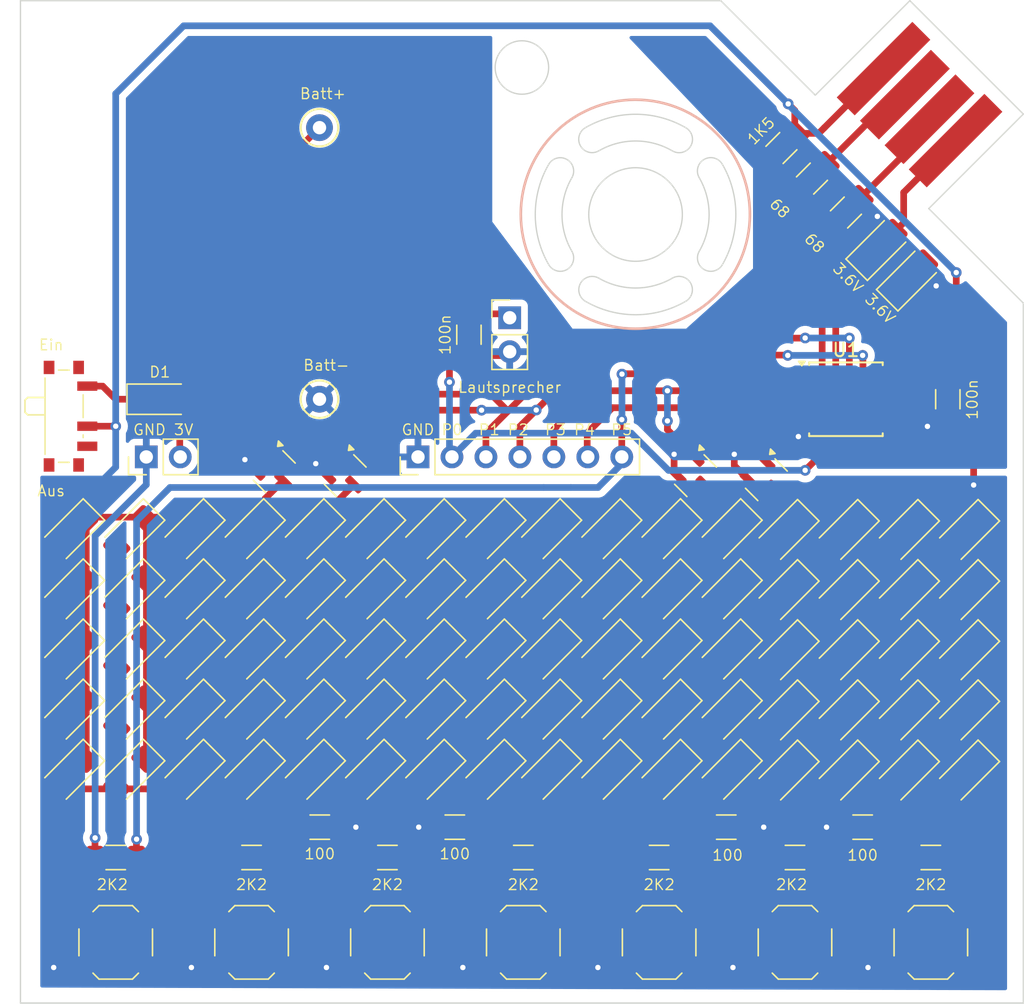
<source format=kicad_pcb>
(kicad_pcb (version 20240108) (generator "pcbnew") (generator_version "8.0")
  (layers (0 "F.Cu" signal) (31 "B.Cu" signal) (34 "B.Paste" user) (35 "F.Paste" user) (36 "B.SilkS" user "B.Silkscreen") (37 "F.SilkS" user "F.Silkscreen") (38 "B.Mask" user) (39 "F.Mask" user) (44 "Edge.Cuts" user))
  (net 0 "")
  (net 1 "GND")
  (net 2 "Net-(JP2-Pad1)")
  (net 3 "Net-(JP3-Pad1)")
  (net 4 "Net-(JP4-Pad1)")
  (net 5 "Net-(JP5-Pad1)")
  (net 6 "Net-(JP6-Pad1)")
  (net 7 "Net-(JP7-Pad1)")
  (net 8 "+5V")
  (net 9 "Net-(J1-Pin_2)")
  (net 10 "Net-(D1-A)")
  (net 11 "Net-(D1-K)")
  (net 12 "Net-(D2-K)")
  (net 13 "Net-(D3-K)")
  (net 14 "Net-(D12-A)")
  (net 15 "Net-(D12-K)")
  (net 16 "Net-(D13-K)")
  (net 17 "Net-(D13-A)")
  (net 18 "Net-(D10-A)")
  (net 19 "Net-(D10-K)")
  (net 20 "Net-(D11-A)")
  (net 21 "Net-(D11-K)")
  (net 22 "Net-(J1-Pin_3)")
  (net 23 "Net-(J1-Pin_7)")
  (net 24 "Net-(J1-Pin_4)")
  (net 25 "Net-(J15-D+)")
  (net 26 "Net-(J15-D-)")
  (footprint "LED_SMD:LED_1206_3216Metric_Pad1.42x1.75mm_HandSolder" (layer "F.Cu") (at 190.47 91.27 -135)
    (property "Reference" "D4" (hide yes))
    (property "Value" "LED")
  )
  (footprint "LED_SMD:LED_1206_3216Metric_Pad1.42x1.75mm_HandSolder" (layer "F.Cu") (at 208.47 91.27 -135)
    (property "Reference" "D5" (hide yes))
    (property "Value" "LED")
  )
  (footprint "LED_SMD:LED_1206_3216Metric_Pad1.42x1.75mm_HandSolder" (layer "F.Cu") (at 226.14 91.27 -135)
    (property "Reference" "D6" (hide yes))
    (property "Value" "LED")
  )
  (footprint "LED_SMD:LED_1206_3216Metric_Pad1.42x1.75mm_HandSolder" (layer "F.Cu") (at 243.895 91.325 -135)
    (property "Reference" "D7" (hide yes))
    (property "Value" "LED")
  )
  (footprint "LED_SMD:LED_1206_3216Metric_Pad1.42x1.75mm_HandSolder" (layer "F.Cu") (at 185.97 91.27 -135)
    (property "Reference" "D8" (hide yes))
    (property "Value" "LED")
  )
  (footprint "LED_SMD:LED_1206_3216Metric_Pad1.42x1.75mm_HandSolder" (layer "F.Cu") (at 203.97 91.27 -135)
    (property "Reference" "D9" (hide yes))
    (property "Value" "LED")
  )
  (footprint "LED_SMD:LED_1206_3216Metric_Pad1.42x1.75mm_HandSolder" (layer "F.Cu") (at 221.64 91.27 -135)
    (property "Reference" "D10" (hide yes))
    (property "Value" "LED")
  )
  (footprint "LED_SMD:LED_1206_3216Metric_Pad1.42x1.75mm_HandSolder" (layer "F.Cu") (at 239.395 91.325 -135)
    (property "Reference" "D11" (hide yes))
    (property "Value" "LED")
  )
  (footprint "LED_SMD:LED_1206_3216Metric_Pad1.42x1.75mm_HandSolder" (layer "F.Cu") (at 181.47 91.27 -135)
    (property "Reference" "D12" (hide yes))
    (property "Value" "LED")
  )
  (footprint "LED_SMD:LED_1206_3216Metric_Pad1.42x1.75mm_HandSolder" (layer "F.Cu") (at 199.47 91.27 -135)
    (property "Reference" "D13" (hide yes))
    (property "Value" "LED")
  )
  (footprint "LED_SMD:LED_1206_3216Metric_Pad1.42x1.75mm_HandSolder" (layer "F.Cu") (at 217.14 91.27 -135)
    (property "Reference" "D14" (hide yes))
    (property "Value" "LED")
  )
  (footprint "LED_SMD:LED_1206_3216Metric_Pad1.42x1.75mm_HandSolder" (layer "F.Cu") (at 234.895 91.325 -135)
    (property "Reference" "D15" (hide yes))
    (property "Value" "LED")
  )
  (footprint "LED_SMD:LED_1206_3216Metric_Pad1.42x1.75mm_HandSolder" (layer "F.Cu") (at 176.97 91.27 -135)
    (property "Reference" "D16" (hide yes))
    (property "Value" "LED")
  )
  (footprint "LED_SMD:LED_1206_3216Metric_Pad1.42x1.75mm_HandSolder" (layer "F.Cu") (at 194.97 91.27 -135)
    (property "Reference" "D17" (hide yes))
    (property "Value" "LED")
  )
  (footprint "LED_SMD:LED_1206_3216Metric_Pad1.42x1.75mm_HandSolder" (layer "F.Cu") (at 212.64 91.27 -135)
    (property "Reference" "D18" (hide yes))
    (property "Value" "LED")
  )
  (footprint "LED_SMD:LED_1206_3216Metric_Pad1.42x1.75mm_HandSolder" (layer "F.Cu") (at 230.395 91.325 -135)
    (property "Reference" "D19" (hide yes))
    (property "Value" "LED")
  )
  (footprint "LED_SMD:LED_1206_3216Metric_Pad1.42x1.75mm_HandSolder" (layer "F.Cu") (at 176.97 95.77 -135)
    (property "Reference" "D20" (hide yes))
    (property "Value" "LED")
  )
  (footprint "LED_SMD:LED_1206_3216Metric_Pad1.42x1.75mm_HandSolder" (layer "F.Cu") (at 194.97 95.77 -135)
    (property "Reference" "D21" (hide yes))
    (property "Value" "LED")
  )
  (footprint "LED_SMD:LED_1206_3216Metric_Pad1.42x1.75mm_HandSolder" (layer "F.Cu") (at 212.64 95.77 -135)
    (property "Reference" "D22" (hide yes))
    (property "Value" "LED")
  )
  (footprint "LED_SMD:LED_1206_3216Metric_Pad1.42x1.75mm_HandSolder" (layer "F.Cu") (at 230.395 95.825 -135)
    (property "Reference" "D23" (hide yes))
    (property "Value" "LED")
  )
  (footprint "LED_SMD:LED_1206_3216Metric_Pad1.42x1.75mm_HandSolder" (layer "F.Cu") (at 181.47 95.77 -135)
    (property "Reference" "D24" (hide yes))
    (property "Value" "LED")
  )
  (footprint "LED_SMD:LED_1206_3216Metric_Pad1.42x1.75mm_HandSolder" (layer "F.Cu") (at 199.47 95.77 -135)
    (property "Reference" "D25" (hide yes))
    (property "Value" "LED")
  )
  (footprint "LED_SMD:LED_1206_3216Metric_Pad1.42x1.75mm_HandSolder" (layer "F.Cu") (at 217.14 95.77 -135)
    (property "Reference" "D26" (hide yes))
    (property "Value" "LED")
  )
  (footprint "LED_SMD:LED_1206_3216Metric_Pad1.42x1.75mm_HandSolder" (layer "F.Cu") (at 234.895 95.825 -135)
    (property "Reference" "D27" (hide yes))
    (property "Value" "LED")
  )
  (footprint "LED_SMD:LED_1206_3216Metric_Pad1.42x1.75mm_HandSolder" (layer "F.Cu") (at 185.97 95.77 -135)
    (property "Reference" "D28" (hide yes))
    (property "Value" "LED")
  )
  (footprint "LED_SMD:LED_1206_3216Metric_Pad1.42x1.75mm_HandSolder" (layer "F.Cu") (at 203.97 95.77 -135)
    (property "Reference" "D29" (hide yes))
    (property "Value" "LED")
  )
  (footprint "LED_SMD:LED_1206_3216Metric_Pad1.42x1.75mm_HandSolder" (layer "F.Cu") (at 221.64 95.77 -135)
    (property "Reference" "D30" (hide yes))
    (property "Value" "LED")
  )
  (footprint "LED_SMD:LED_1206_3216Metric_Pad1.42x1.75mm_HandSolder" (layer "F.Cu") (at 239.395 95.825 -135)
    (property "Reference" "D31" (hide yes))
    (property "Value" "LED")
  )
  (footprint "LED_SMD:LED_1206_3216Metric_Pad1.42x1.75mm_HandSolder" (layer "F.Cu") (at 190.47 95.77 -135)
    (property "Reference" "D32" (hide yes))
    (property "Value" "LED")
  )
  (footprint "LED_SMD:LED_1206_3216Metric_Pad1.42x1.75mm_HandSolder" (layer "F.Cu") (at 208.47 95.77 -135)
    (property "Reference" "D33" (hide yes))
    (property "Value" "LED")
  )
  (footprint "LED_SMD:LED_1206_3216Metric_Pad1.42x1.75mm_HandSolder" (layer "F.Cu") (at 226.14 95.77 -135)
    (property "Reference" "D34" (hide yes))
    (property "Value" "LED")
  )
  (footprint "LED_SMD:LED_1206_3216Metric_Pad1.42x1.75mm_HandSolder" (layer "F.Cu") (at 243.895 95.825 -135)
    (property "Reference" "D35" (hide yes))
    (property "Value" "LED")
  )
  (footprint "LED_SMD:LED_1206_3216Metric_Pad1.42x1.75mm_HandSolder" (layer "F.Cu") (at 176.97 100.27 -135)
    (property "Reference" "D36" (hide yes))
    (property "Value" "LED")
  )
  (footprint "LED_SMD:LED_1206_3216Metric_Pad1.42x1.75mm_HandSolder" (layer "F.Cu") (at 208.47 100.27 -135)
    (property "Reference" "D37" (hide yes))
    (property "Value" "LED")
  )
  (footprint "LED_SMD:LED_1206_3216Metric_Pad1.42x1.75mm_HandSolder" (layer "F.Cu") (at 226.14 100.27 -135)
    (property "Reference" "D38" (hide yes))
    (property "Value" "LED")
  )
  (footprint "LED_SMD:LED_1206_3216Metric_Pad1.42x1.75mm_HandSolder" (layer "F.Cu") (at 243.895 100.325 -135)
    (property "Reference" "D39" (hide yes))
    (property "Value" "LED")
  )
  (footprint "LED_SMD:LED_1206_3216Metric_Pad1.42x1.75mm_HandSolder" (layer "F.Cu") (at 181.47 100.27 -135)
    (property "Reference" "D40" (hide yes))
    (property "Value" "LED")
  )
  (footprint "LED_SMD:LED_1206_3216Metric_Pad1.42x1.75mm_HandSolder" (layer "F.Cu") (at 203.97 100.27 -135)
    (property "Reference" "D41" (hide yes))
    (property "Value" "LED")
  )
  (footprint "LED_SMD:LED_1206_3216Metric_Pad1.42x1.75mm_HandSolder" (layer "F.Cu") (at 221.64 100.27 -135)
    (property "Reference" "D42" (hide yes))
    (property "Value" "LED")
  )
  (footprint "LED_SMD:LED_1206_3216Metric_Pad1.42x1.75mm_HandSolder" (layer "F.Cu") (at 239.395 100.325 -135)
    (property "Reference" "D43" (hide yes))
    (property "Value" "LED")
  )
  (footprint "LED_SMD:LED_1206_3216Metric_Pad1.42x1.75mm_HandSolder" (layer "F.Cu") (at 185.97 100.27 -135)
    (property "Reference" "D44" (hide yes))
    (property "Value" "LED")
  )
  (footprint "LED_SMD:LED_1206_3216Metric_Pad1.42x1.75mm_HandSolder" (layer "F.Cu") (at 199.47 100.27 -135)
    (property "Reference" "D45" (hide yes))
    (property "Value" "LED")
  )
  (footprint "LED_SMD:LED_1206_3216Metric_Pad1.42x1.75mm_HandSolder" (layer "F.Cu") (at 217.14 100.27 -135)
    (property "Reference" "D46" (hide yes))
    (property "Value" "LED")
  )
  (footprint "LED_SMD:LED_1206_3216Metric_Pad1.42x1.75mm_HandSolder" (layer "F.Cu") (at 234.895 100.325 -135)
    (property "Reference" "D47" (hide yes))
    (property "Value" "LED")
  )
  (footprint "LED_SMD:LED_1206_3216Metric_Pad1.42x1.75mm_HandSolder" (layer "F.Cu") (at 190.47 100.27 -135)
    (property "Reference" "D48" (hide yes))
    (property "Value" "LED")
  )
  (footprint "LED_SMD:LED_1206_3216Metric_Pad1.42x1.75mm_HandSolder" (layer "F.Cu") (at 194.97 100.27 -135)
    (property "Reference" "D49" (hide yes))
    (property "Value" "LED")
  )
  (footprint "LED_SMD:LED_1206_3216Metric_Pad1.42x1.75mm_HandSolder" (layer "F.Cu") (at 212.64 100.27 -135)
    (property "Reference" "D50" (hide yes))
    (property "Value" "LED")
  )
  (footprint "LED_SMD:LED_1206_3216Metric_Pad1.42x1.75mm_HandSolder" (layer "F.Cu") (at 230.395 100.325 -135)
    (property "Reference" "D51" (hide yes))
    (property "Value" "LED")
  )
  (footprint "LED_SMD:LED_1206_3216Metric_Pad1.42x1.75mm_HandSolder" (layer "F.Cu") (at 190.47 104.77 -135)
    (property "Reference" "D52" (hide yes))
    (property "Value" "LED")
  )
  (footprint "LED_SMD:LED_1206_3216Metric_Pad1.42x1.75mm_HandSolder" (layer "F.Cu") (at 194.97 104.77 -135)
    (property "Reference" "D53" (hide yes))
    (property "Value" "LED")
  )
  (footprint "LED_SMD:LED_1206_3216Metric_Pad1.42x1.75mm_HandSolder" (layer "F.Cu") (at 212.64 104.77 -135)
    (property "Reference" "D54" (hide yes))
    (property "Value" "LED")
  )
  (footprint "LED_SMD:LED_1206_3216Metric_Pad1.42x1.75mm_HandSolder" (layer "F.Cu") (at 230.395 104.825 -135)
    (property "Reference" "D55" (hide yes))
    (property "Value" "LED")
  )
  (footprint "LED_SMD:LED_1206_3216Metric_Pad1.42x1.75mm_HandSolder" (layer "F.Cu") (at 185.97 104.77 -135)
    (property "Reference" "D56" (hide yes))
    (property "Value" "LED")
  )
  (footprint "LED_SMD:LED_1206_3216Metric_Pad1.42x1.75mm_HandSolder" (layer "F.Cu") (at 199.47 104.77 -135)
    (property "Reference" "D57" (hide yes))
    (property "Value" "LED")
  )
  (footprint "LED_SMD:LED_1206_3216Metric_Pad1.42x1.75mm_HandSolder" (layer "F.Cu") (at 217.14 104.77 -135)
    (property "Reference" "D58" (hide yes))
    (property "Value" "LED")
  )
  (footprint "LED_SMD:LED_1206_3216Metric_Pad1.42x1.75mm_HandSolder" (layer "F.Cu") (at 234.895 104.825 -135)
    (property "Reference" "D59" (hide yes))
    (property "Value" "LED")
  )
  (footprint "LED_SMD:LED_1206_3216Metric_Pad1.42x1.75mm_HandSolder" (layer "F.Cu") (at 181.47 104.77 -135)
    (property "Reference" "D60" (hide yes))
    (property "Value" "LED")
  )
  (footprint "LED_SMD:LED_1206_3216Metric_Pad1.42x1.75mm_HandSolder" (layer "F.Cu") (at 203.97 104.77 -135)
    (property "Reference" "D61" (hide yes))
    (property "Value" "LED")
  )
  (footprint "LED_SMD:LED_1206_3216Metric_Pad1.42x1.75mm_HandSolder" (layer "F.Cu") (at 221.64 104.77 -135)
    (property "Reference" "D62" (hide yes))
    (property "Value" "LED")
  )
  (footprint "LED_SMD:LED_1206_3216Metric_Pad1.42x1.75mm_HandSolder" (layer "F.Cu") (at 239.395 104.825 -135)
    (property "Reference" "D63" (hide yes))
    (property "Value" "LED")
  )
  (footprint "LED_SMD:LED_1206_3216Metric_Pad1.42x1.75mm_HandSolder" (layer "F.Cu") (at 176.97 104.77 -135)
    (property "Reference" "D64" (hide yes))
    (property "Value" "LED")
  )
  (footprint "LED_SMD:LED_1206_3216Metric_Pad1.42x1.75mm_HandSolder" (layer "F.Cu") (at 208.47 104.77 -135)
    (property "Reference" "D65" (hide yes))
    (property "Value" "LED")
  )
  (footprint "LED_SMD:LED_1206_3216Metric_Pad1.42x1.75mm_HandSolder" (layer "F.Cu") (at 226.14 104.77 -135)
    (property "Reference" "D66" (hide yes))
    (property "Value" "LED")
  )
  (footprint "LED_SMD:LED_1206_3216Metric_Pad1.42x1.75mm_HandSolder" (layer "F.Cu") (at 243.895 104.825 -135)
    (property "Reference" "D67" (hide yes))
    (property "Value" "LED")
  )
  (footprint "LED_SMD:LED_1206_3216Metric_Pad1.42x1.75mm_HandSolder" (layer "F.Cu") (at 176.97 109.27 -135)
    (property "Reference" "D68" (hide yes))
    (property "Value" "LED")
  )
  (footprint "LED_SMD:LED_1206_3216Metric_Pad1.42x1.75mm_HandSolder" (layer "F.Cu") (at 208.47 109.27 -135)
    (property "Reference" "D69" (hide yes))
    (property "Value" "LED")
  )
  (footprint "LED_SMD:LED_1206_3216Metric_Pad1.42x1.75mm_HandSolder" (layer "F.Cu") (at 226.14 109.27 -135)
    (property "Reference" "D70" (hide yes))
    (property "Value" "LED")
  )
  (footprint "LED_SMD:LED_1206_3216Metric_Pad1.42x1.75mm_HandSolder" (layer "F.Cu") (at 243.895 109.325 -135)
    (property "Reference" "D71" (hide yes))
    (property "Value" "LED")
  )
  (footprint "LED_SMD:LED_1206_3216Metric_Pad1.42x1.75mm_HandSolder" (layer "F.Cu") (at 181.47 109.27 -135)
    (property "Reference" "D72" (hide yes))
    (property "Value" "LED")
  )
  (footprint "LED_SMD:LED_1206_3216Metric_Pad1.42x1.75mm_HandSolder" (layer "F.Cu") (at 203.97 109.27 -135)
    (property "Reference" "D73" (hide yes))
    (property "Value" "LED")
  )
  (footprint "LED_SMD:LED_1206_3216Metric_Pad1.42x1.75mm_HandSolder" (layer "F.Cu") (at 221.64 109.27 -135)
    (property "Reference" "D74" (hide yes))
    (property "Value" "LED")
  )
  (footprint "LED_SMD:LED_1206_3216Metric_Pad1.42x1.75mm_HandSolder" (layer "F.Cu") (at 239.395 109.325 -135)
    (property "Reference" "D75" (hide yes))
    (property "Value" "LED")
  )
  (footprint "LED_SMD:LED_1206_3216Metric_Pad1.42x1.75mm_HandSolder" (layer "F.Cu") (at 185.97 109.27 -135)
    (property "Reference" "D76" (hide yes))
    (property "Value" "LED")
  )
  (footprint "LED_SMD:LED_1206_3216Metric_Pad1.42x1.75mm_HandSolder" (layer "F.Cu") (at 199.47 109.27 -135)
    (property "Reference" "D77" (hide yes))
    (property "Value" "LED")
  )
  (footprint "LED_SMD:LED_1206_3216Metric_Pad1.42x1.75mm_HandSolder" (layer "F.Cu") (at 217.14 109.27 -135)
    (property "Reference" "D78" (hide yes))
    (property "Value" "LED")
  )
  (footprint "LED_SMD:LED_1206_3216Metric_Pad1.42x1.75mm_HandSolder" (layer "F.Cu") (at 234.895 109.325 -135)
    (property "Reference" "D79" (hide yes))
    (property "Value" "LED")
  )
  (footprint "LED_SMD:LED_1206_3216Metric_Pad1.42x1.75mm_HandSolder" (layer "F.Cu") (at 190.47 109.27 -135)
    (property "Reference" "D80" (hide yes))
    (property "Value" "LED")
  )
  (footprint "LED_SMD:LED_1206_3216Metric_Pad1.42x1.75mm_HandSolder" (layer "F.Cu") (at 194.97 109.27 -135)
    (property "Reference" "D81" (hide yes))
    (property "Value" "LED")
  )
  (footprint "LED_SMD:LED_1206_3216Metric_Pad1.42x1.75mm_HandSolder" (layer "F.Cu") (at 212.64 109.27 -135)
    (property "Reference" "D82" (hide yes))
    (property "Value" "LED")
  )
  (footprint "LED_SMD:LED_1206_3216Metric_Pad1.42x1.75mm_HandSolder" (layer "F.Cu") (at 230.395 109.325 -135)
    (property "Reference" "D83" (hide yes))
    (property "Value" "LED")
  )
  (footprint "kicad:usb-PCB" (layer "F.Cu") (at 243.92 55.77 135)
    (property "Reference" "J15" (hide yes))
    (property "Value" "USB_A" (hide yes))
  )
  (footprint "Resistor_SMD:R_1206_3216Metric_Pad1.30x1.75mm_HandSolder" (layer "F.Cu") (at 232.41 64.77 45)
    (property "Reference" "R1" (hide yes))
    (property "Value" "68")
  )
  (footprint "Resistor_SMD:R_1206_3216Metric_Pad1.30x1.75mm_HandSolder" (layer "F.Cu") (at 234.95 67.31 45)
    (property "Reference" "R2" (hide yes))
    (property "Value" "68")
  )
  (footprint "Resistor_SMD:R_1206_3216Metric_Pad1.30x1.75mm_HandSolder" (layer "F.Cu") (at 230.124 62.484 -135)
    (property "Reference" "R3" (hide yes))
    (property "Value" "1k5")
  )
  (footprint "Resistor_SMD:R_1206_3216Metric_Pad1.30x1.75mm_HandSolder" (layer "F.Cu") (at 195.6 113.3 180)
    (property "Reference" "R4" (hide yes))
    (property "Value" "100")
  )
  (footprint "Resistor_SMD:R_1206_3216Metric_Pad1.30x1.75mm_HandSolder" (layer "F.Cu") (at 180.34 115.57 180)
    (property "Reference" "R5" (hide yes))
    (property "Value" "2k2")
  )
  (footprint "Resistor_SMD:R_1206_3216Metric_Pad1.30x1.75mm_HandSolder" (layer "F.Cu") (at 190.5 115.57 180)
    (property "Reference" "R6" (hide yes))
    (property "Value" "2k2")
  )
  (footprint "Resistor_SMD:R_1206_3216Metric_Pad1.30x1.75mm_HandSolder" (layer "F.Cu") (at 200.66 115.57 180)
    (property "Reference" "R7" (hide yes))
    (property "Value" "2k2")
  )
  (footprint "Resistor_SMD:R_1206_3216Metric_Pad1.30x1.75mm_HandSolder" (layer "F.Cu") (at 210.82 115.57 180)
    (property "Reference" "R8" (hide yes))
    (property "Value" "2k2")
  )
  (footprint "Resistor_SMD:R_1206_3216Metric_Pad1.30x1.75mm_HandSolder" (layer "F.Cu") (at 220.98 115.57 180)
    (property "Reference" "R9" (hide yes))
    (property "Value" "2k2")
  )
  (footprint "Resistor_SMD:R_1206_3216Metric_Pad1.30x1.75mm_HandSolder" (layer "F.Cu") (at 231.14 115.57 180)
    (property "Reference" "R10" (hide yes))
    (property "Value" "2k2")
  )
  (footprint "Resistor_SMD:R_1206_3216Metric_Pad1.30x1.75mm_HandSolder" (layer "F.Cu") (at 241.3 115.57 180)
    (property "Reference" "R11" (hide yes))
    (property "Value" "2k2")
  )
  (footprint "Capacitor_SMD:C_1206_3216Metric_Pad1.33x1.80mm_HandSolder" (layer "F.Cu") (at 242.57 81.28 -90)
    (property "Reference" "C1" (hide yes))
    (property "Value" "100n")
  )
  (footprint "Diode_SMD:D_1206_3216Metric_Pad1.42x1.75mm_HandSolder" (layer "F.Cu") (at 183.642 81.28)
    (property "Reference" "D1" (hide yes))
    (property "Value" "D")
  )
  (footprint "Diode_SMD:D_1206_3216Metric_Pad1.42x1.75mm_HandSolder" (layer "F.Cu") (at 239.776 72.136 45)
    (property "Reference" "D2" (hide yes))
    (property "Value" "3V6")
  )
  (footprint "Diode_SMD:D_1206_3216Metric_Pad1.42x1.75mm_HandSolder" (layer "F.Cu") (at 237.49 69.85 45)
    (property "Reference" "D3" (hide yes))
    (property "Value" "3V6")
  )
  (footprint "Button_Switch_SMD:SW_SPDT_PCM12" (layer "F.Cu") (at 176.784 82.55 -90)
    (property "Reference" "JP9" (hide yes))
    (property "Value" "Aus/Ein")
  )
  (footprint "Button_Switch_SMD:SW_SPST_TL3342" (layer "F.Cu") (at 180.34 121.92)
    (property "Reference" "JP1" (hide yes))
    (property "Value" "B1")
  )
  (footprint "Button_Switch_SMD:SW_SPST_TL3342" (layer "F.Cu") (at 190.5 121.92)
    (property "Reference" "JP2" (hide yes))
    (property "Value" "B2")
  )
  (footprint "Button_Switch_SMD:SW_SPST_TL3342" (layer "F.Cu") (at 200.66 121.92)
    (property "Reference" "JP3" (hide yes))
    (property "Value" "B3")
  )
  (footprint "Button_Switch_SMD:SW_SPST_TL3342" (layer "F.Cu") (at 210.82 121.92)
    (property "Reference" "JP4" (hide yes))
    (property "Value" "B4")
  )
  (footprint "Button_Switch_SMD:SW_SPST_TL3342" (layer "F.Cu") (at 220.98 121.92)
    (property "Reference" "JP5" (hide yes))
    (property "Value" "B5")
  )
  (footprint "Button_Switch_SMD:SW_SPST_TL3342" (layer "F.Cu") (at 231.14 121.92)
    (property "Reference" "JP6" (hide yes))
    (property "Value" "B6")
  )
  (footprint "Button_Switch_SMD:SW_SPST_TL3342" (layer "F.Cu") (at 241.3 121.92)
    (property "Reference" "JP7" (hide yes))
    (property "Value" "B7")
  )
  (footprint "Connector_PinHeader_2.54mm:PinHeader_1x07_P2.54mm_Vertical" (layer "F.Cu") (at 202.946 85.598 90)
    (property "Reference" "J1" (hide yes))
    (property "Value" "GPIO")
  )
  (footprint "Connector_PinHeader_2.54mm:PinHeader_1x02_P2.54mm_Vertical" (layer "F.Cu") (at 182.626 85.598 90)
    (property "Reference" "J2" (hide yes))
    (property "Value" "3V")
  )
  (footprint "TestPoint:TestPoint_Keystone_5000-5004_Miniature" (layer "F.Cu") (at 195.58 60.96)
    (property "Reference" "J12" (hide yes))
    (property "Value" "Bat. (+)")
  )
  (footprint "TestPoint:TestPoint_Keystone_5000-5004_Miniature" (layer "F.Cu") (at 195.58 81.28)
    (property "Reference" "J13" (hide yes))
    (property "Value" "Bat. (-)")
  )
  (footprint "Connector_PinHeader_2.54mm:PinHeader_1x02_P2.54mm_Vertical" (layer "F.Cu") (at 209.804 75.184)
    (property "Reference" "LS1" (hide yes))
    (property "Value" "Speaker")
  )
  (footprint "Package_SO:SOIC-8W_5.3x5.3mm_P1.27mm" (layer "F.Cu") (at 234.95 81.28)
    (property "Reference" "U1")
    (property "Value" "ATTINY85-20S")
  )
  (footprint "Capacitor_SMD:C_1206_3216Metric_Pad1.33x1.80mm_HandSolder" (layer "F.Cu") (at 206.756 76.454 -90)
    (property "Reference" "C2" (hide yes))
    (property "Value" "100n")
  )
  (footprint "Package_TO_SOT_SMD:SOT-23" (layer "F.Cu") (at 223.7 87 -45)
    (property "Reference" "Q3" (hide yes))
    (property "Value" "2N7002")
  )
  (footprint "Package_TO_SOT_SMD:SOT-23" (layer "F.Cu") (at 229 87.3 -45)
    (property "Reference" "Q4" (hide yes))
    (property "Value" "2N7002")
  )
  (footprint "Resistor_SMD:R_1206_3216Metric_Pad1.30x1.75mm_HandSolder" (layer "F.Cu") (at 236.2 113.3)
    (property "Reference" "R14" (hide yes))
    (property "Value" "100")
  )
  (footprint "Resistor_SMD:R_1206_3216Metric_Pad1.30x1.75mm_HandSolder" (layer "F.Cu") (at 226 113.3 180)
    (property "Reference" "R13" (hide yes))
    (property "Value" "100")
  )
  (footprint "Package_TO_SOT_SMD:SOT-23" (layer "F.Cu") (at 192.2 86.7 -45)
    (property "Reference" "Q1" (hide yes))
    (property "Value" "2N7002")
  )
  (footprint "Resistor_SMD:R_1206_3216Metric_Pad1.30x1.75mm_HandSolder" (layer "F.Cu") (at 205.7 113.3)
    (property "Reference" "R12" (hide yes))
    (property "Value" "100")
  )
  (footprint "Package_TO_SOT_SMD:SOT-23" (layer "F.Cu") (at 197.5 87 -45)
    (property "Reference" "Q2" (hide yes))
    (property "Value" "2N7002")
  )
  (gr_circle (center 219.202 67.437) (end 220.98 59.055) (stroke (width 0.2)) (fill none) (layer "B.SilkS"))
  (gr_arc (start 212.721589 71.208598) (mid 211.71678 67.458598) (end 212.721589 63.708598) (stroke (width 0.1)) (layer "Edge.Cuts"))
  (gr_arc (start 221.691654 64.983724) (mid 222.71678 67.458598) (end 221.691654 69.933472) (stroke (width 0.1)) (layer "Edge.Cuts"))
  (gr_arc (start 215.46678 73.953788) (mid 215.100755 72.587763) (end 216.46678 72.221738) (stroke (width 0.1)) (layer "Edge.Cuts"))
  (gr_arc (start 212.72159 63.708598) (mid 214.087615 63.342573) (end 214.45364 64.708598) (stroke (width 0.1)) (layer "Edge.Cuts"))
  (gr_arc (start 216.46678 62.695458) (mid 219.21678 61.958598) (end 221.96678 62.695458) (stroke (width 0.1)) (layer "Edge.Cuts"))
  (gr_arc (start 216.741906 69.933472) (mid 216.741906 64.983724) (end 221.691654 64.983724) (stroke (width 0.1)) (layer "Edge.Cuts"))
  (gr_arc (start 215.46678 60.963407) (mid 219.21678 59.958598) (end 222.96678 60.963407) (stroke (width 0.1)) (layer "Edge.Cuts"))
  (gr_arc (start 221.691654 69.933472) (mid 219.21678 70.958598) (end 216.741906 69.933472) (stroke (width 0.1)) (layer "Edge.Cuts"))
  (gr_circle (center 210.71678 56.458598) (end 212.71678 56.458598) (stroke (width 0.1)) (fill none) (layer "Edge.Cuts"))
  (gr_line (start 232.660431 58.529666) (end 225.589363 51.458598) (stroke (width 0.1)) (layer "Edge.Cuts"))
  (gr_arc (start 222.96678 73.953788) (mid 219.21678 74.958598) (end 215.46678 73.953788) (stroke (width 0.1)) (layer "Edge.Cuts"))
  (gr_line (start 248.21678 74.086015) (end 241.145712 67.014947) (stroke (width 0.1)) (layer "Edge.Cuts"))
  (gr_arc (start 223.979919 64.708599) (mid 224.716779 67.458598) (end 223.979919 70.208598) (stroke (width 0.1)) (layer "Edge.Cuts"))
  (gr_arc (start 225.711971 71.208598) (mid 224.345945 71.574624) (end 223.979919 70.208598) (stroke (width 0.1)) (layer "Edge.Cuts"))
  (gr_arc (start 221.96678 72.221738) (mid 223.332805 72.587763) (end 222.96678 73.953788) (stroke (width 0.1)) (layer "Edge.Cuts"))
  (gr_arc (start 221.96678 72.221738) (mid 219.21678 72.958598) (end 216.46678 72.221738) (stroke (width 0.1)) (layer "Edge.Cuts"))
  (gr_line (start 173.21678 126.458598) (end 173.21678 51.458598) (stroke (width 0.1)) (layer "Edge.Cuts"))
  (gr_arc (start 225.71197 63.708598) (mid 226.71678 67.458598) (end 225.71197 71.208598) (stroke (width 0.1)) (layer "Edge.Cuts"))
  (gr_line (start 248.21678 59.943879) (end 241.145712 67.014947) (stroke (width 0.1)) (layer "Edge.Cuts"))
  (gr_line (start 248.21678 59.943879) (end 239.731498 51.458598) (stroke (width 0.1)) (layer "Edge.Cuts"))
  (gr_line (start 248.21678 126.458598) (end 173.21678 126.458598) (stroke (width 0.1)) (layer "Edge.Cuts"))
  (gr_arc (start 214.45364 70.208598) (mid 213.71678 67.458598) (end 214.45364 64.708598) (stroke (width 0.1)) (layer "Edge.Cuts"))
  (gr_arc (start 216.46678 62.695459) (mid 215.100754 62.329433) (end 215.46678 60.963407) (stroke (width 0.1)) (layer "Edge.Cuts"))
  (gr_line (start 225.589363 51.458598) (end 173.21678 51.458598) (stroke (width 0.1)) (layer "Edge.Cuts"))
  (gr_line (start 239.731498 51.458598) (end 232.660431 58.529666) (stroke (width 0.1)) (layer "Edge.Cuts"))
  (gr_arc (start 222.96678 60.963408) (mid 223.332805 62.329433) (end 221.96678 62.695458) (stroke (width 0.1)) (layer "Edge.Cuts"))
  (gr_line (start 248.21678 74.086015) (end 248.21678 126.458598) (stroke (width 0.1)) (layer "Edge.Cuts"))
  (gr_arc (start 214.453641 70.208598) (mid 214.087615 71.574624) (end 212.721589 71.208598) (stroke (width 0.1)) (layer "Edge.Cuts"))
  (gr_arc (start 223.97992 64.708598) (mid 224.345945 63.342573) (end 225.71197 63.708598) (stroke (width 0.1)) (layer "Edge.Cuts"))
  (gr_text "Ein" (at 175.514 77.216 0) (layer "F.SilkS") (effects (font (size 0.8 0.8) (thickness 0.1))))
  (gr_text "2K2" (at 190.5 117.602 0) (layer "F.SilkS") (effects (font (size 0.8 0.8) (thickness 0.1))))
  (gr_text "68" (at 232.6 69.6 315) (layer "F.SilkS") (effects (font (size 0.8 0.8) (thickness 0.1))))
  (gr_text "100" (at 226.1 115.4 0) (layer "F.SilkS") (effects (font (size 0.8 0.8) (thickness 0.1))))
  (gr_text "P0  P1 P2  P3 P4  P5" (at 211.836 83.566 0) (layer "F.SilkS") (effects (font (size 0.8 0.8) (thickness 0.1))))
  (gr_text "2K2" (at 200.66 117.602 0) (layer "F.SilkS") (effects (font (size 0.8 0.8) (thickness 0.1))))
  (gr_text "Batt+" (at 195.834 58.42 0) (layer "F.SilkS") (effects (font (size 0.8 0.8) (thickness 0.1))))
  (gr_text "2K2" (at 180.086 117.602 0) (layer "F.SilkS") (effects (font (size 0.8 0.8) (thickness 0.1))))
  (gr_text "Batt-" (at 196.088 78.74 0) (layer "F.SilkS") (effects (font (size 0.8 0.8) (thickness 0.1))))
  (gr_text "100" (at 205.7 115.3 0) (layer "F.SilkS") (effects (font (size 0.8 0.8) (thickness 0.1))))
  (gr_text "2K2" (at 210.82 117.602 0) (layer "F.SilkS") (effects (font (size 0.8 0.8) (thickness 0.1))))
  (gr_text "GND 3V" (at 183.896 83.566 0) (layer "F.SilkS") (effects (font (size 0.8 0.8) (thickness 0.1))))
  (gr_text "Lautsprecher" (at 209.804 80.391 0) (layer "F.SilkS") (effects (font (size 0.8 0.8) (thickness 0.1))))
  (gr_text "100n" (at 204.978 76.454 90) (layer "F.SilkS") (effects (font (size 0.8 0.8) (thickness 0.1))))
  (gr_text "100" (at 195.6 115.3 0) (layer "F.SilkS") (effects (font (size 0.8 0.8) (thickness 0.1))))
  (gr_text "2K2" (at 241.3 117.602 0) (layer "F.SilkS") (effects (font (size 0.8 0.8) (thickness 0.1))))
  (gr_text "100n" (at 244.4 81.3 90) (layer "F.SilkS") (effects (font (size 0.8 0.8) (thickness 0.1))))
  (gr_text "D1" (at 183.642 79.248 0) (layer "F.SilkS") (effects (font (size 0.8 0.8) (thickness 0.1))))
  (gr_text "2K2" (at 220.98 117.602 0) (layer "F.SilkS") (effects (font (size 0.8 0.8) (thickness 0.1))))
  (gr_text "1K5" (at 228.6 61.2 45) (layer "F.SilkS") (effects (font (size 0.8 0.8) (thickness 0.1))))
  (gr_text "3.6V" (at 237.5 74.5 315) (layer "F.SilkS") (effects (font (size 0.8 0.8) (thickness 0.1))))
  (gr_text "3.6V" (at 235.1 72.2 315) (layer "F.SilkS") (effects (font (size 0.8 0.8) (thickness 0.1))))
  (gr_text "2K2" (at 230.886 117.602 0) (layer "F.SilkS") (effects (font (size 0.8 0.8) (thickness 0.1))))
  (gr_text "Aus" (at 175.514 88.138 0) (layer "F.SilkS") (effects (font (size 0.8 0.8) (thickness 0.1))))
  (gr_text "68" (at 230 67 315) (layer "F.SilkS") (effects (font (size 0.8 0.8) (thickness 0.1))))
  (gr_text "100" (at 236.2 115.4 0) (layer "F.SilkS") (effects (font (size 0.8 0.8) (thickness 0.1))))
  (gr_text "GND" (at 202.946 83.566 0) (layer "F.SilkS") (effects (font (size 0.8 0.8) (thickness 0.1))))
  (segment (start 238.76 68.58) (end 238.55066 68.78934) (width 0.5) (layer "F.Cu") (net 1))
  (segment (start 195.294 81.566) (end 195.58 81.28) (width 0.5) (layer "F.Cu") (net 1))
  (segment (start 241.078 83.28) (end 241.046 83.312) (width 0.5) (layer "F.Cu") (net 1))
  (segment (start 231.3 83.98) (end 231.394 84.074) (width 0.5) (layer "F.Cu") (net 1))
  (segment (start 238.498179 68.798179) (end 237.3 67.6) (width 0.5) (layer "F.Cu") (net 1))
  (segment (start 238.541821 68.798179) (end 239.268 68.072) (width 0.5) (layer "F.Cu") (net 1))
  (segment (start 227.665336 87.308839) (end 226.6 86.243503) (width 0.5) (layer "F.Cu") (net 1))
  (segment (start 238.541821 68.798179) (end 240.827821 71.084179) (width 0.5) (layer "F.Cu") (net 1))
  (segment (start 178.79 115.57) (end 178.79 114.11) (width 0.5) (layer "F.Cu") (net 1))
  (segment (start 243.149254 61.9289) (end 242.8711 61.9289) (width 0.5) (layer "F.Cu") (net 1))
  (segment (start 178.79 114.11) (end 178.8 114.1) (width 0.5) (layer "F.Cu") (net 1))
  (segment (start 239.268 68.072) (end 239.268 65.810154) (width 0.5) (layer "F.Cu") (net 1))
  (segment (start 209.5115 78.0165) (end 209.804 77.724) (width 0.5) (layer "F.Cu") (net 1))
  (segment (start 222.1 86.743503) (end 222.1 85.4) (width 0.5) (layer "F.Cu") (net 1))
  (segment (start 238.541821 68.798179) (end 238.498179 68.798179) (width 0.5) (layer "F.Cu") (net 1))
  (segment (start 243.149254 61.9289) (end 239.268 65.810154) (width 0.5) (layer "F.Cu") (net 1))
  (segment (start 241.7 71.956358) (end 241.7 72.8) (width 0.5) (layer "F.Cu") (net 1))
  (segment (start 231.3 83.185) (end 231.3 83.98) (width 0.5) (layer "F.Cu") (net 1))
  (segment (start 242.57 83.28) (end 241.078 83.28) (width 0.5) (layer "F.Cu") (net 1))
  (segment (start 190.865336 86.708839) (end 190.865336 86.665336) (width 0.5) (layer "F.Cu") (net 1))
  (segment (start 222.365336 87.008839) (end 222.1 86.743503) (width 0.5) (layer "F.Cu") (net 1))
  (segment (start 206.756 78.0165) (end 209.5115 78.0165) (width 0.5) (layer "F.Cu") (net 1))
  (segment (start 190.865336 86.665336) (end 190 85.8) (width 0.5) (layer "F.Cu") (net 1))
  (segment (start 240.827821 71.084179) (end 241.7 71.956358) (width 0.5) (layer "F.Cu") (net 1))
  (segment (start 226.6 86.243503) (end 226.6 85.4) (width 0.5) (layer "F.Cu") (net 1))
  (segment (start 196.165336 86.965336) (end 195.3 86.1) (width 0.5) (layer "F.Cu") (net 1))
  (segment (start 196.165336 87.008839) (end 196.165336 86.965336) (width 0.5) (layer "F.Cu") (net 1))
  (via (at 226.6 85.4) (size 0.8) (drill 0.4) (layers "F.Cu" "B.Cu") (net 1))
  (via (at 178.8 114.1) (size 0.8) (drill 0.4) (layers "F.Cu" "B.Cu") (net 1))
  (via (at 222.1 85.4) (size 0.8) (drill 0.4) (layers "F.Cu" "B.Cu") (net 1))
  (via (at 241.7 72.8) (size 0.8) (drill 0.4) (layers "F.Cu" "B.Cu") (net 1))
  (via (at 190 85.8) (size 0.8) (drill 0.4) (layers "F.Cu" "B.Cu") (net 1))
  (via (at 231.394 84.074) (size 0.8) (drill 0.4) (layers "F.Cu" "B.Cu") (net 1))
  (via (at 195.3 86.1) (size 0.8) (drill 0.4) (layers "F.Cu" "B.Cu") (net 1))
  (via (at 241.046 83.312) (size 0.8) (drill 0.4) (layers "F.Cu" "B.Cu") (net 1))
  (via (at 237.3 67.6) (size 0.8) (drill 0.4) (layers "F.Cu" "B.Cu") (net 1))
  (segment (start 178.8 114.1) (end 178.8 91.5) (width 0.5) (layer "B.Cu") (net 1))
  (segment (start 182.626 87.674) (end 178.8 91.5) (width 0.5) (layer "B.Cu") (net 1))
  (segment (start 182.626 85.598) (end 182.626 87.674) (width 0.5) (layer "B.Cu") (net 1))
  (segment (start 193.65 118.72) (end 192.5 117.57) (width 0.5) (layer "F.Cu") (net 2))
  (segment (start 192.05 115.57) (end 199.11 115.57) (width 0.5) (layer "F.Cu") (net 2))
  (segment (start 193.65 120.02) (end 187.35 120.02) (width 0.5) (layer "F.Cu") (net 2))
  (segment (start 192.05 117.12) (end 192.5 117.57) (width 0.5) (layer "F.Cu") (net 2))
  (segment (start 192.05 115.57) (end 192.05 117.12) (width 0.5) (layer "F.Cu") (net 2))
  (segment (start 193.65 120.02) (end 193.65 118.72) (width 0.5) (layer "F.Cu") (net 2))
  (segment (start 203.81 118.72) (end 202.66 117.57) (width 0.5) (layer "F.Cu") (net 3))
  (segment (start 202.21 115.57) (end 202.21 117.12) (width 0.5) (layer "F.Cu") (net 3))
  (segment (start 203.81 120.02) (end 197.51 120.02) (width 0.5) (layer "F.Cu") (net 3))
  (segment (start 202.21 115.57) (end 209.27 115.57) (width 0.5) (layer "F.Cu") (net 3))
  (segment (start 203.81 120.02) (end 203.81 118.72) (width 0.5) (layer "F.Cu") (net 3))
  (segment (start 202.21 117.12) (end 202.66 117.57) (width 0.5) (layer "F.Cu") (net 3))
  (segment (start 213.97 118.72) (end 212.82 117.57) (width 0.5) (layer "F.Cu") (net 4))
  (segment (start 212.37 115.57) (end 212.37 117.12) (width 0.5) (layer "F.Cu") (net 4))
  (segment (start 212.37 117.12) (end 212.82 117.57) (width 0.5) (layer "F.Cu") (net 4))
  (segment (start 213.97 120.02) (end 207.67 120.02) (width 0.5) (layer "F.Cu") (net 4))
  (segment (start 212.37 115.57) (end 219.43 115.57) (width 0.5) (layer "F.Cu") (net 4))
  (segment (start 213.97 120.02) (end 213.97 118.72) (width 0.5) (layer "F.Cu") (net 4))
  (segment (start 222.53 115.57) (end 229.59 115.57) (width 0.5) (layer "F.Cu") (net 5))
  (segment (start 222.53 115.57) (end 222.53 117.12) (width 0.5) (layer "F.Cu") (net 5))
  (segment (start 224.13 118.72) (end 224.13 120.02) (width 0.5) (layer "F.Cu") (net 5))
  (segment (start 222.53 117.12) (end 224.13 118.72) (width 0.5) (layer "F.Cu") (net 5))
  (segment (start 224.13 120.02) (end 217.83 120.02) (width 0.5) (layer "F.Cu") (net 5))
  (segment (start 234.29 120.02) (end 227.99 120.02) (width 0.5) (layer "F.Cu") (net 6))
  (segment (start 234.29 118.72) (end 234.29 120.02) (width 0.5) (layer "F.Cu") (net 6))
  (segment (start 232.69 117.12) (end 234.29 118.72) (width 0.5) (layer "F.Cu") (net 6))
  (segment (start 232.69 115.57) (end 239.75 115.57) (width 0.5) (layer "F.Cu") (net 6))
  (segment (start 232.69 115.57) (end 232.69 117.12) (width 0.5) (layer "F.Cu") (net 6))
  (segment (start 244.45 118.72) (end 243.3 117.57) (width 0.5) (layer "F.Cu") (net 7))
  (segment (start 242.85 115.57) (end 242.85 117.12) (width 0.5) (layer "F.Cu") (net 7))
  (segment (start 244.45 120.02) (end 238.15 120.02) (width 0.5) (layer "F.Cu") (net 7))
  (segment (start 244.45 120.02) (end 244.45 118.72) (width 0.5) (layer "F.Cu") (net 7))
  (segment (start 242.85 117.12) (end 243.3 117.57) (width 0.5) (layer "F.Cu") (net 7))
  (segment (start 224.13 123.82) (end 217.83 123.82) (width 0.25) (layer "F.Cu") (net 8))
  (segment (start 203.81 123.82) (end 197.51 123.82) (width 0.25) (layer "F.Cu") (net 8))
  (segment (start 193.65 123.82) (end 187.35 123.82) (width 0.25) (layer "F.Cu") (net 8))
  (segment (start 224.13 123.82) (end 217.83 123.82) (width 0.5) (layer "F.Cu") (net 8))
  (segment (start 203.81 123.82) (end 197.51 123.82) (width 0.5) (layer "F.Cu") (net 8))
  (segment (start 193.65 123.82) (end 187.35 123.82) (width 0.5) (layer "F.Cu") (net 8))
  (segment (start 233.341846 60.96) (end 237.7611 56.540746) (width 0.5) (layer "F.Cu") (net 8))
  (segment (start 243.7175 79.7175) (end 244.5 80.5) (width 0.5) (layer "F.Cu") (net 8))
  (segment (start 240.9 79.375) (end 242.2275 79.375) (width 0.5) (layer "F.Cu") (net 8))
  (segment (start 226.52 123.82) (end 226.5 123.8) (width 0.5) (layer "F.Cu") (net 8))
  (segment (start 228.8 113.3) (end 233.5 113.3) (width 0.5) (layer "F.Cu") (net 8))
  (segment (start 217.83 123.82) (end 216.42 123.82) (width 0.5) (layer "F.Cu") (net 8))
  (segment (start 234.29 123.82) (end 227.99 123.82) (width 0.5) (layer "F.Cu") (net 8))
  (segment (start 196.08 123.82) (end 196.1 123.8) (width 0.5) (layer "F.Cu") (net 8))
  (segment (start 231.220016 61.387984) (end 231.125 61.292968) (width 0.5) (layer "F.Cu") (net 8))
  (segment (start 244.45 123.82) (end 238.15 123.82) (width 0.5) (layer "F.Cu") (net 8))
  (segment (start 224.13 123.82) (end 226.48 123.82) (width 0.5) (layer "F.Cu") (net 8))
  (segment (start 198.3 113.3) (end 203 113.3) (width 0.5) (layer "F.Cu") (net 8))
  (segment (start 242.57 79.7175) (end 243.7175 79.7175) (width 0.5) (layer "F.Cu") (net 8))
  (segment (start 185.98 123.82) (end 186 123.8) (width 0.5) (layer "F.Cu") (net 8))
  (segment (start 203.81 123.82) (end 206.28 123.82) (width 0.5) (layer "F.Cu") (net 8))
  (segment (start 231.125 61.292968) (end 231.125 59.675) (width 0.5) (layer "F.Cu") (net 8))
  (segment (start 197.150001 113.3) (end 198.3 113.3) (width 0.5) (layer "F.Cu") (net 8))
  (segment (start 177.19 123.82) (end 183.49 123.82) (width 0.5) (layer "F.Cu") (net 8))
  (segment (start 232.913862 61.387984) (end 233.341846 60.96) (width 0.5) (layer "F.Cu") (net 8))
  (segment (start 243.2 71.8) (end 243.2 79.0875) (width 0.5) (layer "F.Cu") (net 8))
  (segment (start 213.97 123.82) (end 216.38 123.82) (width 0.5) (layer "F.Cu") (net 8))
  (segment (start 197.51 123.82) (end 196.12 123.82) (width 0.5) (layer "F.Cu") (net 8))
  (segment (start 216.38 123.82) (end 216.4 123.8) (width 0.5) (layer "F.Cu") (net 8))
  (segment (start 206.28 123.82) (end 206.3 123.8) (width 0.5) (layer "F.Cu") (net 8))
  (segment (start 186.02 123.82) (end 186 123.8) (width 0.5) (layer "F.Cu") (net 8))
  (segment (start 204.15 113.3) (end 203 113.3) (width 0.5) (layer "F.Cu") (net 8))
  (segment (start 243.2 79.0875) (end 242.57 79.7175) (width 0.5) (layer "F.Cu") (net 8))
  (segment (start 207.67 123.82) (end 206.32 123.82) (width 0.5) (layer "F.Cu") (net 8))
  (segment (start 238.15 123.82) (end 236.62 123.82) (width 0.5) (layer "F.Cu") (net 8))
  (segment (start 213.97 123.82) (end 207.67 123.82) (width 0.5) (layer "F.Cu") (net 8))
  (segment (start 206.32 123.82) (end 206.3 123.8) (width 0.5) (layer "F.Cu") (net 8))
  (segment (start 175.72 123.82) (end 175.7 123.8) (width 0.5) (layer "F.Cu") (net 8))
  (segment (start 236.62 123.82) (end 236.6 123.8) (width 0.5) (layer "F.Cu") (net 8))
  (segment (start 244.5 80.5) (end 244.5 87.7) (width 0.5) (layer "F.Cu") (net 8))
  (segment (start 227.55 113.3) (end 228.8 113.3) (width 0.5) (layer "F.Cu") (net 8))
  (segment (start 183.49 123.82) (end 185.98 123.82) (width 0.5) (layer "F.Cu") (net 8))
  (segment (start 238.6 79.375) (end 240.9 79.375) (width 0.5) (layer "F.Cu") (net 8))
  (segment (start 178.214 83.3) (end 180.34 83.3) (width 0.5) (layer "F.Cu") (net 8))
  (segment (start 227.99 123.82) (end 226.52 123.82) (width 0.5) (layer "F.Cu") (net 8))
  (segment (start 187.35 123.82) (end 186.02 123.82) (width 0.5) (layer "F.Cu") (net 8))
  (segment (start 230.632 59.182) (end 231.125 59.675) (width 0.5) (layer "F.Cu") (net 8))
  (segment (start 234.65 113.3) (end 233.5 113.3) (width 0.5) (layer "F.Cu") (net 8))
  (segment (start 216.42 123.82) (end 216.4 123.8) (width 0.5) (layer "F.Cu") (net 8))
  (segment (start 196.12 123.82) (end 196.1 123.8) (width 0.5) (layer "F.Cu") (net 8))
  (segment (start 242.2275 79.375) (end 242.57 79.7175) (width 0.5) (layer "F.Cu") (net 8))
  (segment (start 193.65 123.82) (end 196.08 123.82) (width 0.5) (layer "F.Cu") (net 8))
  (segment (start 234.29 123.82) (end 236.58 123.82) (width 0.5) (layer "F.Cu") (net 8))
  (segment (start 177.19 123.82) (end 175.72 123.82) (width 0.5) (layer "F.Cu") (net 8))
  (segment (start 231.220016 61.387984) (end 232.913862 61.387984) (width 0.5) (layer "F.Cu") (net 8))
  (segment (start 236.58 123.82) (end 236.6 123.8) (width 0.5) (layer "F.Cu") (net 8))
  (segment (start 226.48 123.82) (end 226.5 123.8) (width 0.5) (layer "F.Cu") (net 8))
  (via (at 196.1 123.8) (size 0.8) (drill 0.4) (layers "F.Cu" "B.Cu") (net 8))
  (via (at 228.8 113.3) (size 0.8) (drill 0.4) (layers "F.Cu" "B.Cu") (net 8))
  (via (at 198.3 113.3) (size 0.8) (drill 0.4) (layers "F.Cu" "B.Cu") (net 8))
  (via (at 180.34 83.3) (size 0.8) (drill 0.4) (layers "F.Cu" "B.Cu") (net 8))
  (via (at 186 123.8) (size 0.8) (drill 0.4) (layers "F.Cu" "B.Cu") (net 8))
  (via (at 206.3 123.8) (size 0.8) (drill 0.4) (layers "F.Cu" "B.Cu") (net 8))
  (via (at 230.632 59.182) (size 0.8) (drill 0.4) (layers "F.Cu" "B.Cu") (net 8))
  (via (at 203 113.3) (size 0.8) (drill 0.4) (layers "F.Cu" "B.Cu") (net 8))
  (via (at 244.5 87.7) (size 0.8) (drill 0.4) (layers "F.Cu" "B.Cu") (net 8))
  (via (at 216.4 123.8) (size 0.8) (drill 0.4) (layers "F.Cu" "B.Cu") (net 8))
  (via (at 236.6 123.8) (size 0.8) (drill 0.4) (layers "F.Cu" "B.Cu") (net 8))
  (via (at 243.2 71.8) (size 0.8) (drill 0.4) (layers "F.Cu" "B.Cu") (net 8))
  (via (at 175.7 123.8) (size 0.8) (drill 0.4) (layers "F.Cu" "B.Cu") (net 8))
  (via (at 233.5 113.3) (size 0.8) (drill 0.4) (layers "F.Cu" "B.Cu") (net 8))
  (via (at 226.5 123.8) (size 0.8) (drill 0.4) (layers "F.Cu" "B.Cu") (net 8))
  (segment (start 180.34 58.42) (end 185.42 53.34) (width 0.5) (layer "B.Cu") (net 8))
  (segment (start 185.42 53.34) (end 224.79 53.34) (width 0.5) (layer "B.Cu") (net 8))
  (segment (start 224.79 53.34) (end 227.33 55.88) (width 0.5) (layer "B.Cu") (net 8))
  (segment (start 243.2 71.8) (end 243.2 71.75) (width 0.5) (layer "B.Cu") (net 8))
  (segment (start 243.2 71.8) (end 230.632 59.232) (width 0.5) (layer "B.Cu") (net 8))
  (segment (start 180.34 83.3) (end 180.34 58.42) (width 0.5) (layer "B.Cu") (net 8))
  (segment (start 230.632 59.232) (end 230.632 59.182) (width 0.5) (layer "B.Cu") (net 8))
  (segment (start 180.34 86.36) (end 180.34 83.3) (width 0.5) (layer "B.Cu") (net 8))
  (segment (start 175.26 123.36) (end 175.26 91.44) (width 0.5) (layer "B.Cu") (net 8))
  (segment (start 227.33 55.88) (end 230.632 59.182) (width 0.5) (layer "B.Cu") (net 8))
  (segment (start 175.7 123.8) (end 175.26 123.36) (width 0.5) (layer "B.Cu") (net 8))
  (segment (start 175.26 91.44) (end 180.34 86.36) (width 0.5) (layer "B.Cu") (net 8))
  (segment (start 209.5115 74.8915) (end 209.804 75.184) (width 0.5) (layer "F.Cu") (net 9))
  (segment (start 238.6 83.185) (end 236.1 83.185) (width 0.5) (layer "F.Cu") (net 9))
  (segment (start 235.315 83.185) (end 231.9 86.6) (width 0.5) (layer "F.Cu") (net 9))
  (segment (start 206.6085 74.8915) (end 205.3 76.2) (width 0.5) (layer "F.Cu") (net 9))
  (segment (start 206.756 74.8915) (end 206.6085 74.8915) (width 0.5) (layer "F.Cu") (net 9))
  (segment (start 206.756 74.8915) (end 209.5115 74.8915) (width 0.5) (layer "F.Cu") (net 9))
  (segment (start 236.1 83.185) (end 235.315 83.185) (width 0.5) (layer "F.Cu") (net 9))
  (segment (start 205.3 76.2) (end 205.3 80) (width 0.5) (layer "F.Cu") (net 9))
  (via (at 231.9 86.6) (size 0.8) (drill 0.4) (layers "F.Cu" "B.Cu") (net 9))
  (via (at 205.3 80) (size 0.8) (drill 0.4) (layers "F.Cu" "B.Cu") (net 9))
  (segment (start 205.486 85.598) (end 207.264 83.82) (width 0.5) (layer "B.Cu") (net 9))
  (segment (start 205.3 80) (end 205.3 85.412) (width 0.5) (layer "B.Cu") (net 9))
  (segment (start 218.9 83.82) (end 207.9 83.82) (width 0.5) (layer "B.Cu") (net 9))
  (segment (start 205.3 85.412) (end 205.486 85.598) (width 0.5) (layer "B.Cu") (net 9))
  (segment (start 231.9 86.6) (end 221.68 86.6) (width 0.5) (layer "B.Cu") (net 9))
  (segment (start 207.264 83.82) (end 207.9 83.82) (width 0.5) (layer "B.Cu") (net 9))
  (segment (start 221.68 86.6) (end 218.9 83.82) (width 0.5) (layer "B.Cu") (net 9))
  (segment (start 185.1295 81.28) (end 185.1295 71.4105) (width 0.5) (layer "F.Cu") (net 10))
  (segment (start 185.1295 85.5615) (end 185.166 85.598) (width 0.5) (layer "F.Cu") (net 10))
  (segment (start 185.1295 81.28) (end 185.1295 85.5615) (width 0.5) (layer "F.Cu") (net 10))
  (segment (start 185.1295 71.4105) (end 195.58 60.96) (width 0.5) (layer "F.Cu") (net 10))
  (segment (start 179.36 80.3) (end 180.34 81.28) (width 0.5) (layer "F.Cu") (net 11))
  (segment (start 180.34 81.28) (end 181.38 81.28) (width 0.5) (layer "F.Cu") (net 11))
  (segment (start 177.96 80.3) (end 179.36 80.3) (width 0.5) (layer "F.Cu") (net 11))
  (segment (start 238.724179 73.187821) (end 238.724179 71.084179) (width 0.5) (layer "F.Cu") (net 12))
  (segment (start 221.6 83.556497) (end 221.6 82.9) (width 0.5) (layer "F.Cu") (net 12))
  (segment (start 223.708839 85.665336) (end 221.6 83.556497) (width 0.5) (layer "F.Cu") (net 12))
  (segment (start 233.172 69.886) (end 231.486 68.2) (width 0.5) (layer "F.Cu") (net 12))
  (segment (start 233.506016 65.866016) (end 238.17 70.53) (width 0.5) (layer "F.Cu") (net 12))
  (segment (start 231.313984 65.866016) (end 233.506016 65.866016) (width 0.5) (layer "F.Cu") (net 12))
  (segment (start 232.283 80.645) (end 233.172 79.756) (width 0.5) (layer "F.Cu") (net 12))
  (segment (start 231.486 66.066032) (end 231.486 68.2) (width 0.5) (layer "F.Cu") (net 12))
  (segment (start 231.313984 65.866016) (end 231.5 66.052032) (width 0.5) (layer "F.Cu") (net 12))
  (segment (start 231.3 80.645) (end 221.6 80.645) (width 0.5) (layer "F.Cu") (net 12))
  (segment (start 213.106 85.598) (end 213.106 83.539) (width 0.5) (layer "F.Cu") (net 12))
  (segment (start 231.3 80.645) (end 232.283 80.645) (width 0.5) (layer "F.Cu") (net 12))
  (segment (start 233.172 79.756) (end 233.172 69.886) (width 0.5) (layer "F.Cu") (net 12))
  (segment (start 231.5 66.052032) (end 231.486 66.066032) (width 0.5) (layer "F.Cu") (net 12))
  (segment (start 221.6 80.645) (end 216 80.645) (width 0.5) (layer "F.Cu") (net 12))
  (segment (start 213.106 83.539) (end 216 80.645) (width 0.5) (layer "F.Cu") (net 12))
  (segment (start 238.724179 71.084179) (end 238.17 70.53) (width 0.5) (layer "F.Cu") (net 12))
  (via (at 221.6 82.9) (size 0.8) (drill 0.4) (layers "F.Cu" "B.Cu") (net 12))
  (via (at 221.6 80.645) (size 0.8) (drill 0.4) (layers "F.Cu" "B.Cu") (net 12))
  (segment (start 221.6 82.9) (end 221.6 80.645) (width 0.5) (layer "B.Cu") (net 12))
  (segment (start 234.188 80.518) (end 234.188 71.3) (width 0.5) (layer "F.Cu") (net 13))
  (segment (start 217.485 81.915) (end 215.6 83.8) (width 0.5) (layer "F.Cu") (net 13))
  (segment (start 226.5 81.915) (end 217.485 81.915) (width 0.5) (layer "F.Cu") (net 13))
  (segment (start 215.6 85.552) (end 215.646 85.598) (width 0.5) (layer "F.Cu") (net 13))
  (segment (start 235.118179 69.581821) (end 236.438179 70.901821) (width 0.5) (layer "F.Cu") (net 13))
  (segment (start 231.3 81.915) (end 226.5 81.915) (width 0.5) (layer "F.Cu") (net 13))
  (segment (start 233.853984 68.406016) (end 233.942374 68.406016) (width 0.5) (layer "F.Cu") (net 13))
  (segment (start 231.3 81.915) (end 232.791 81.915) (width 0.5) (layer "F.Cu") (net 13))
  (segment (start 229.008839 85.965336) (end 226.5 83.456497) (width 0.5) (layer "F.Cu") (net 13))
  (segment (start 234.188 70.512) (end 235.118179 69.581821) (width 0.5) (layer "F.Cu") (net 13))
  (segment (start 234.188 71.3) (end 234.188 70.512) (width 0.5) (layer "F.Cu") (net 13))
  (segment (start 233.942374 68.406016) (end 235.118179 69.581821) (width 0.5) (layer "F.Cu") (net 13))
  (segment (start 226.5 83.456497) (end 226.5 81.915) (width 0.5) (layer "F.Cu") (net 13))
  (segment (start 215.6 83.8) (end 215.6 85.552) (width 0.5) (layer "F.Cu") (net 13))
  (segment (start 232.791 81.915) (end 234.188 80.518) (width 0.5) (layer "F.Cu") (net 13))
  (segment (start 175.803274 105.936726) (end 175.803274 101.436726) (width 0.25) (layer "F.Cu") (net 14))
  (segment (start 175.803274 101.436726) (end 175.803274 96.936726) (width 0.25) (layer "F.Cu") (net 14))
  (segment (start 175.803274 96.936726) (end 175.803274 92.436726) (width 0.25) (layer "F.Cu") (net 14))
  (segment (start 180.303274 105.936726) (end 180.303274 101.436726) (width 0.25) (layer "F.Cu") (net 14))
  (segment (start 180.303274 101.436726) (end 180.303274 96.936726) (width 0.25) (layer "F.Cu") (net 14))
  (segment (start 180.303274 96.936726) (end 180.303274 92.436726) (width 0.25) (layer "F.Cu") (net 14))
  (segment (start 184.803274 105.936726) (end 184.803274 101.436726) (width 0.25) (layer "F.Cu") (net 14))
  (segment (start 184.803274 101.436726) (end 184.803274 96.936726) (width 0.25) (layer "F.Cu") (net 14))
  (segment (start 184.803274 96.936726) (end 184.803274 92.436726) (width 0.25) (layer "F.Cu") (net 14))
  (segment (start 189.303274 105.936726) (end 189.303274 101.436726) (width 0.25) (layer "F.Cu") (net 14))
  (segment (start 189.303274 101.436726) (end 189.303274 96.936726) (width 0.25) (layer "F.Cu") (net 14))
  (segment (start 189.303274 96.936726) (end 189.303274 92.436726) (width 0.25) (layer "F.Cu") (net 14))
  (segment (start 189.303274 105.936726) (end 189.303274 101.436726) (width 0.5) (layer "F.Cu") (net 14))
  (segment (start 189.303274 101.436726) (end 189.303274 96.936726) (width 0.5) (layer "F.Cu") (net 14))
  (segment (start 189.303274 96.936726) (end 189.303274 94.488) (width 0.5) (layer "F.Cu") (net 14))
  (segment (start 184.803274 105.936726) (end 184.803274 101.436726) (width 0.5) (layer "F.Cu") (net 14))
  (segment (start 184.803274 101.436726) (end 184.803274 96.936726) (width 0.5) (layer "F.Cu") (net 14))
  (segment (start 184.803274 96.936726) (end 184.803274 94.488) (width 0.5) (layer "F.Cu") (net 14))
  (segment (start 180.303274 105.936726) (end 180.303274 101.436726) (width 0.5) (layer "F.Cu") (net 14))
  (segment (start 180.303274 101.436726) (end 180.303274 96.936726) (width 0.5) (layer "F.Cu") (net 14))
  (segment (start 180.303274 96.936726) (end 180.303274 94.488) (width 0.5) (layer "F.Cu") (net 14))
  (segment (start 175.803274 105.936726) (end 175.803274 101.436726) (width 0.5) (layer "F.Cu") (net 14))
  (segment (start 175.803274 101.436726) (end 175.803274 96.936726) (width 0.5) (layer "F.Cu") (net 14))
  (segment (start 175.803274 96.936726) (end 175.803274 92.436726) (width 0.5) (layer "F.Cu") (net 14))
  (segment (start 180.303274 110.436726) (end 182.626 110.436726) (width 0.5) (layer "F.Cu") (net 14))
  (segment (start 184.803274 110.436726) (end 187.198 110.436726) (width 0.5) (layer "F.Cu") (net 14))
  (segment (start 182.626 110.436726) (end 184.803274 110.436726) (width 0.5) (layer "F.Cu") (net 14))
  (segment (start 187.198 110.436726) (end 189.303274 110.436726) (width 0.5) (layer "F.Cu") (net 14))
  (segment (start 189.303274 94.488) (end 189.303274 92.436726) (width 0.5) (layer "F.Cu") (net 14))
  (segment (start 184.803274 94.488) (end 184.803274 92.436726) (width 0.5) (layer "F.Cu") (net 14))
  (segment (start 180.303274 94.488) (end 180.303274 92.436726) (width 0.5) (layer "F.Cu") (net 14))
  (segment (start 184.803274 110.436726) (end 184.803274 105.936726) (width 0.5) (layer "F.Cu") (net 14))
  (segment (start 189.303274 110.436726) (end 189.303274 105.936726) (width 0.5) (layer "F.Cu") (net 14))
  (segment (start 180.303274 110.436726) (end 180.303274 105.936726) (width 0.5) (layer "F.Cu") (net 14))
  (segment (start 175.803274 110.436726) (end 175.803274 105.936726) (width 0.5) (layer "F.Cu") (net 14))
  (segment (start 194.049999 113.3) (end 192.396358 113.3) (width 0.5) (layer "F.Cu") (net 14))
  (segment (start 192.396358 113.3) (end 189.418179 110.321821) (width 0.5) (layer "F.Cu") (net 14))
  (segment (start 175.803274 110.436726) (end 180.303274 110.436726) (width 0.5) (layer "F.Cu") (net 14))
  (segment (start 191.636726 103.603274) (end 191.636726 99.103274) (width 0.25) (layer "F.Cu") (net 15))
  (segment (start 191.636726 99.103274) (end 191.636726 94.603274) (width 0.25) (layer "F.Cu") (net 15))
  (segment (start 191.636726 94.603274) (end 191.636726 90.103274) (width 0.25) (layer "F.Cu") (net 15))
  (segment (start 187.136726 103.603274) (end 187.136726 99.103274) (width 0.25) (layer "F.Cu") (net 15))
  (segment (start 187.136726 94.603274) (end 187.136726 90.103274) (width 0.25) (layer "F.Cu") (net 15))
  (segment (start 182.636726 103.603274) (end 182.636726 99.103274) (width 0.25) (layer "F.Cu") (net 15))
  (segment (start 182.636726 99.103274) (end 182.636726 94.603274) (width 0.25) (layer "F.Cu") (net 15))
  (segment (start 182.636726 94.603274) (end 182.636726 90.103274) (width 0.25) (layer "F.Cu") (net 15))
  (segment (start 178.136726 103.603274) (end 178.136726 99.103274) (width 0.25) (layer "F.Cu") (net 15))
  (segment (start 178.136726 99.103274) (end 178.136726 94.603274) (width 0.25) (layer "F.Cu") (net 15))
  (segment (start 178.136726 94.603274) (end 178.136726 90.103274) (width 0.25) (layer "F.Cu") (net 15))
  (segment (start 191.636726 103.603274) (end 191.636726 99.103274) (width 0.5) (layer "F.Cu") (net 15))
  (segment (start 191.636726 99.103274) (end 191.636726 94.603274) (width 0.5) (layer "F.Cu") (net 15))
  (segment (start 191.636726 94.603274) (end 191.636726 90.103274) (width 0.5) (layer "F.Cu") (net 15))
  (segment (start 187.136726 103.603274) (end 187.136726 99.103274) (width 0.5) (layer "F.Cu") (net 15))
  (segment (start 187.136726 94.603274) (end 187.136726 90.103274) (width 0.5) (layer "F.Cu") (net 15))
  (segment (start 182.636726 103.603274) (end 182.636726 99.103274) (width 0.5) (layer "F.Cu") (net 15))
  (segment (start 182.636726 99.103274) (end 182.636726 94.603274) (width 0.5) (layer "F.Cu") (net 15))
  (segment (start 182.636726 94.603274) (end 182.636726 90.103274) (width 0.5) (layer "F.Cu") (net 15))
  (segment (start 178.136726 103.603274) (end 178.136726 99.103274) (width 0.5) (layer "F.Cu") (net 15))
  (segment (start 178.136726 99.103274) (end 178.136726 94.603274) (width 0.5) (layer "F.Cu") (net 15))
  (segment (start 178.136726 94.603274) (end 178.136726 90.103274) (width 0.5) (layer "F.Cu") (net 15))
  (segment (start 182.636726 90.103274) (end 187.136726 90.103274) (width 0.5) (layer "F.Cu") (net 15))
  (segment (start 192.862913 87.362913) (end 191.521821 88.704005) (width 0.5) (layer "F.Cu") (net 15))
  (segment (start 187.136726 108.103274) (end 187.136726 103.603274) (width 0.5) (layer "F.Cu") (net 15))
  (segment (start 178.136726 108.103274) (end 178.136726 103.603274) (width 0.5) (layer "F.Cu") (net 15))
  (segment (start 187.136726 99.103274) (end 187.136726 94.603274) (width 0.5) (layer "F.Cu") (net 15))
  (segment (start 191.521821 88.704005) (end 191.521821 90.218179) (width 0.5) (layer "F.Cu") (net 15))
  (segment (start 178.136726 90.103274) (end 182.636726 90.103274) (width 0.5) (layer "F.Cu") (net 15))
  (segment (start 182.636726 108.103274) (end 182.636726 103.603274) (width 0.5) (layer "F.Cu") (net 15))
  (segment (start 191.636726 108.103274) (end 191.636726 103.603274) (width 0.5) (layer "F.Cu") (net 15))
  (segment (start 187.136726 90.103274) (end 191.636726 90.103274) (width 0.5) (layer "F.Cu") (net 15))
  (segment (start 187.136726 90.103274) (end 187.136726 89.723274) (width 0.5) (layer "F.Cu") (net 15))
  (segment (start 209.636726 103.603274) (end 209.636726 99.103274) (width 0.25) (layer "F.Cu") (net 16))
  (segment (start 209.636726 99.103274) (end 209.636726 94.603274) (width 0.25) (layer "F.Cu") (net 16))
  (segment (start 209.636726 94.603274) (end 209.636726 90.103274) (width 0.25) (layer "F.Cu") (net 16))
  (segment (start 205.136726 103.603274) (end 205.136726 99.103274) (width 0.25) (layer "F.Cu") (net 16))
  (segment (start 205.136726 99.103274) (end 205.136726 94.603274) (width 0.25) (layer "F.Cu") (net 16))
  (segment (start 205.136726 94.603274) (end 205.136726 90.103274) (width 0.25) (layer "F.Cu") (net 16))
  (segment (start 200.636726 103.603274) (end 200.636726 99.103274) (width 0.25) (layer "F.Cu") (net 16))
  (segment (start 200.636726 99.103274) (end 200.636726 94.603274) (width 0.25) (layer "F.Cu") (net 16))
  (segment (start 200.636726 94.603274) (end 200.636726 90.103274) (width 0.25) (layer "F.Cu") (net 16))
  (segment (start 196.136726 103.603274) (end 196.136726 99.103274) (width 0.25) (layer "F.Cu") (net 16))
  (segment (start 196.136726 99.103274) (end 196.136726 94.603274) (width 0.25) (layer "F.Cu") (net 16))
  (segment (start 196.136726 94.603274) (end 196.136726 90.103274) (width 0.25) (layer "F.Cu") (net 16))
  (segment (start 209.636726 103.603274) (end 209.636726 99.103274) (width 0.5) (layer "F.Cu") (net 16))
  (segment (start 209.636726 99.103274) (end 209.636726 94.603274) (width 0.5) (layer "F.Cu") (net 16))
  (segment (start 209.636726 94.603274) (end 209.636726 90.103274) (width 0.5) (layer "F.Cu") (net 16))
  (segment (start 205.136726 103.603274) (end 205.136726 99.103274) (width 0.5) (layer "F.Cu") (net 16))
  (segment (start 205.136726 99.103274) (end 205.136726 94.603274) (width 0.5) (layer "F.Cu") (net 16))
  (segment (start 205.136726 94.603274) (end 205.136726 90.103274) (width 0.5) (layer "F.Cu") (net 16))
  (segment (start 200.636726 103.603274) (end 200.636726 99.103274) (width 0.5) (layer "F.Cu") (net 16))
  (segment (start 200.636726 99.103274) (end 200.636726 94.603274) (width 0.5) (layer "F.Cu") (net 16))
  (segment (start 200.636726 94.603274) (end 200.636726 90.103274) (width 0.5) (layer "F.Cu") (net 16))
  (segment (start 196.136726 103.603274) (end 196.136726 99.103274) (width 0.5) (layer "F.Cu") (net 16))
  (segment (start 196.136726 99.103274) (end 196.136726 94.603274) (width 0.5) (layer "F.Cu") (net 16))
  (segment (start 196.136726 94.603274) (end 196.136726 90.103274) (width 0.5) (layer "F.Cu") (net 16))
  (segment (start 200.636726 90.103274) (end 205.136726 90.103274) (width 0.5) (layer "F.Cu") (net 16))
  (segment (start 205.136726 90.103274) (end 209.636726 90.103274) (width 0.5) (layer "F.Cu") (net 16))
  (segment (start 209.962 89.778) (end 209.636726 90.103274) (width 0.5) (layer "F.Cu") (net 16))
  (segment (start 200.636726 108.103274) (end 200.636726 103.603274) (width 0.5) (layer "F.Cu") (net 16))
  (segment (start 205.136726 108.103274) (end 205.136726 103.603274) (width 0.5) (layer "F.Cu") (net 16))
  (segment (start 196.136726 108.103274) (end 196.136726 103.603274) (width 0.5) (layer "F.Cu") (net 16))
  (segment (start 196.021821 89.804005) (end 196.021821 90.218179) (width 0.5) (layer "F.Cu") (net 16))
  (segment (start 209.636726 108.103274) (end 209.636726 103.603274) (width 0.5) (layer "F.Cu") (net 16))
  (segment (start 198.162913 87.662913) (end 196.021821 89.804005) (width 0.5) (layer "F.Cu") (net 16))
  (segment (start 196.136726 90.103274) (end 200.636726 90.103274) (width 0.5) (layer "F.Cu") (net 16))
  (segment (start 193.803274 105.936726) (end 193.803274 101.436726) (width 0.25) (layer "F.Cu") (net 17))
  (segment (start 193.803274 101.436726) (end 193.803274 96.936726) (width 0.25) (layer "F.Cu") (net 17))
  (segment (start 193.803274 96.936726) (end 193.803274 92.436726) (width 0.25) (layer "F.Cu") (net 17))
  (segment (start 198.303274 105.936726) (end 198.303274 101.436726) (width 0.25) (layer "F.Cu") (net 17))
  (segment (start 198.303274 101.436726) (end 198.303274 96.936726) (width 0.25) (layer "F.Cu") (net 17))
  (segment (start 198.303274 96.936726) (end 198.303274 92.436726) (width 0.25) (layer "F.Cu") (net 17))
  (segment (start 202.803274 105.936726) (end 202.803274 101.436726) (width 0.25) (layer "F.Cu") (net 17))
  (segment (start 202.803274 101.436726) (end 202.803274 96.936726) (width 0.25) (layer "F.Cu") (net 17))
  (segment (start 202.803274 96.936726) (end 202.803274 92.436726) (width 0.25) (layer "F.Cu") (net 17))
  (segment (start 207.303274 105.936726) (end 207.303274 101.436726) (width 0.25) (layer "F.Cu") (net 17))
  (segment (start 207.303274 101.436726) (end 207.303274 96.936726) (width 0.25) (layer "F.Cu") (net 17))
  (segment (start 207.303274 96.936726) (end 207.303274 92.436726) (width 0.25) (layer "F.Cu") (net 17))
  (segment (start 207.303274 105.936726) (end 207.303274 101.436726) (width 0.5) (layer "F.Cu") (net 17))
  (segment (start 207.303274 101.436726) (end 207.303274 96.936726) (width 0.5) (layer "F.Cu") (net 17))
  (segment (start 207.303274 96.936726) (end 207.303274 94.488) (width 0.5) (layer "F.Cu") (net 17))
  (segment (start 202.803274 105.936726) (end 202.803274 101.436726) (width 0.5) (layer "F.Cu") (net 17))
  (segment (start 202.803274 101.436726) (end 202.803274 96.936726) (width 0.5) (layer "F.Cu") (net 17))
  (segment (start 202.803274 96.936726) (end 202.803274 94.488) (width 0.5) (layer "F.Cu") (net 17))
  (segment (start 198.303274 105.936726) (end 198.303274 101.436726) (width 0.5) (layer "F.Cu") (net 17))
  (segment (start 198.303274 101.436726) (end 198.303274 96.936726) (width 0.5) (layer "F.Cu") (net 17))
  (segment (start 198.303274 96.936726) (end 198.303274 94.488) (width 0.5) (layer "F.Cu") (net 17))
  (segment (start 193.803274 105.936726) (end 193.803274 101.436726) (width 0.5) (layer "F.Cu") (net 17))
  (segment (start 193.803274 101.436726) (end 193.803274 96.936726) (width 0.5) (layer "F.Cu") (net 17))
  (segment (start 193.803274 96.936726) (end 193.803274 94.488) (width 0.5) (layer "F.Cu") (net 17))
  (segment (start 193.803274 110.436726) (end 196.088 110.436726) (width 0.5) (layer "F.Cu") (net 17))
  (segment (start 198.303274 110.436726) (end 200.66 110.436726) (width 0.5) (layer "F.Cu") (net 17))
  (segment (start 202.803274 110.436726) (end 205.232 110.436726) (width 0.5) (layer "F.Cu") (net 17))
  (segment (start 196.088 110.436726) (end 198.303274 110.436726) (width 0.5) (layer "F.Cu") (net 17))
  (segment (start 200.66 110.436726) (end 202.803274 110.436726) (width 0.5) (layer "F.Cu") (net 17))
  (segment (start 205.232 110.436726) (end 207.303274 110.436726) (width 0.5) (layer "F.Cu") (net 17))
  (segment (start 207.303274 94.488) (end 207.303274 92.436726) (width 0.5) (layer "F.Cu") (net 17))
  (segment (start 202.803274 94.488) (end 202.803274 92.436726) (width 0.5) (layer "F.Cu") (net 17))
  (segment (start 198.303274 94.488) (end 198.303274 92.436726) (width 0.5) (layer "F.Cu") (net 17))
  (segment (start 193.803274 94.488) (end 193.803274 92.436726) (width 0.5) (layer "F.Cu") (net 17))
  (segment (start 207.303274 110.436726) (end 207.303274 105.936726) (width 0.5) (layer "F.Cu") (net 17))
  (segment (start 193.803274 110.436726) (end 193.803274 105.936726) (width 0.5) (layer "F.Cu") (net 17))
  (segment (start 207.25 113.3) (end 207.25 110.49) (width 0.5) (layer "F.Cu") (net 17))
  (segment (start 207.25 110.49) (end 207.418179 110.321821) (width 0.5) (layer "F.Cu") (net 17))
  (segment (start 202.803274 110.436726) (end 202.803274 105.936726) (width 0.5) (layer "F.Cu") (net 17))
  (segment (start 198.303274 110.436726) (end 198.303274 105.936726) (width 0.5) (layer "F.Cu") (net 17))
  (segment (start 211.473274 105.936726) (end 211.473274 101.436726) (width 0.25) (layer "F.Cu") (net 18))
  (segment (start 211.473274 101.436726) (end 211.473274 96.936726) (width 0.25) (layer "F.Cu") (net 18))
  (segment (start 211.473274 96.936726) (end 211.473274 92.436726) (width 0.25) (layer "F.Cu") (net 18))
  (segment (start 215.973274 105.936726) (end 215.973274 101.436726) (width 0.25) (layer "F.Cu") (net 18))
  (segment (start 215.973274 101.436726) (end 215.973274 96.936726) (width 0.25) (layer "F.Cu") (net 18))
  (segment (start 215.973274 96.936726) (end 215.973274 92.436726) (width 0.25) (layer "F.Cu") (net 18))
  (segment (start 220.473274 105.936726) (end 220.473274 101.436726) (width 0.25) (layer "F.Cu") (net 18))
  (segment (start 220.473274 101.436726) (end 220.473274 96.936726) (width 0.25) (layer "F.Cu") (net 18))
  (segment (start 220.473274 96.936726) (end 220.473274 92.436726) (width 0.25) (layer "F.Cu") (net 18))
  (segment (start 224.973274 101.436726) (end 224.973274 96.936726) (width 0.25) (layer "F.Cu") (net 18))
  (segment (start 224.973274 96.936726) (end 224.973274 92.436726) (width 0.25) (layer "F.Cu") (net 18))
  (segment (start 224.973274 101.436726) (end 224.973274 96.936726) (width 0.5) (layer "F.Cu") (net 18))
  (segment (start 224.973274 96.936726) (end 224.973274 94.488) (width 0.5) (layer "F.Cu") (net 18))
  (segment (start 220.473274 105.936726) (end 220.473274 101.436726) (width 0.5) (layer "F.Cu") (net 18))
  (segment (start 220.473274 101.436726) (end 220.473274 96.936726) (width 0.5) (layer "F.Cu") (net 18))
  (segment (start 220.473274 96.936726) (end 220.473274 94.488) (width 0.5) (layer "F.Cu") (net 18))
  (segment (start 215.973274 105.936726) (end 215.973274 101.436726) (width 0.5) (layer "F.Cu") (net 18))
  (segment (start 215.973274 101.436726) (end 215.973274 96.936726) (width 0.5) (layer "F.Cu") (net 18))
  (segment (start 215.973274 96.936726) (end 215.973274 94.488) (width 0.5) (layer "F.Cu") (net 18))
  (segment (start 211.473274 105.936726) (end 211.473274 101.436726) (width 0.5) (layer "F.Cu") (net 18))
  (segment (start 211.473274 101.436726) (end 211.473274 96.936726) (width 0.5) (layer "F.Cu") (net 18))
  (segment (start 211.473274 96.936726) (end 211.473274 94.488) (width 0.5) (layer "F.Cu") (net 18))
  (segment (start 211.473274 110.436726) (end 213.868 110.436726) (width 0.5) (layer "F.Cu") (net 18))
  (segment (start 215.973274 110.436726) (end 218.186 110.436726) (width 0.5) (layer "F.Cu") (net 18))
  (segment (start 220.473274 110.436726) (end 223.012 110.436726) (width 0.5) (layer "F.Cu") (net 18))
  (segment (start 224.973274 110.436726) (end 225.028274 110.491726) (width 0.5) (layer "F.Cu") (net 18))
  (segment (start 224.973274 110.436726) (end 225.028274 110.491726) (width 0.5) (layer "F.Cu") (net 18))
  (segment (start 213.868 110.436726) (end 215.973274 110.436726) (width 0.5) (layer "F.Cu") (net 18))
  (segment (start 218.186 110.436726) (end 220.473274 110.436726) (width 0.5) (layer "F.Cu") (net 18))
  (segment (start 223.012 110.436726) (end 224.973274 110.436726) (width 0.5) (layer "F.Cu") (net 18))
  (segment (start 224.973274 94.488) (end 224.973274 92.436726) (width 0.5) (layer "F.Cu") (net 18))
  (segment (start 220.473274 94.488) (end 220.473274 92.436726) (width 0.5) (layer "F.Cu") (net 18))
  (segment (start 215.973274 94.488) (end 215.973274 92.436726) (width 0.5) (layer "F.Cu") (net 18))
  (segment (start 211.473274 94.488) (end 211.473274 92.436726) (width 0.5) (layer "F.Cu") (net 18))
  (segment (start 224.45 113.3) (end 224.45 110.96) (width 0.5) (layer "F.Cu") (net 18))
  (segment (start 224.45 110.96) (end 225.088179 110.321821) (width 0.5) (layer "F.Cu") (net 18))
  (segment (start 215.973274 110.436726) (end 215.973274 105.936726) (width 0.5) (layer "F.Cu") (net 18))
  (segment (start 211.473274 110.436726) (end 211.473274 105.936726) (width 0.5) (layer "F.Cu") (net 18))
  (segment (start 220.473274 110.436726) (end 220.473274 105.936726) (width 0.5) (layer "F.Cu") (net 18))
  (segment (start 224.973274 105.936726) (end 224.973274 110.436726) (width 0.5) (layer "F.Cu") (net 18))
  (segment (start 224.973274 105.936726) (end 224.973274 101.436726) (width 0.5) (layer "F.Cu") (net 18))
  (segment (start 227.306726 103.603274) (end 227.306726 99.103274) (width 0.25) (layer "F.Cu") (net 19))
  (segment (start 227.306726 99.103274) (end 227.306726 94.603274) (width 0.25) (layer "F.Cu") (net 19))
  (segment (start 227.306726 94.603274) (end 227.306726 90.103274) (width 0.25) (layer "F.Cu") (net 19))
  (segment (start 222.806726 103.603274) (end 222.806726 99.103274) (width 0.25) (layer "F.Cu") (net 19))
  (segment (start 222.806726 99.103274) (end 222.806726 94.603274) (width 0.25) (layer "F.Cu") (net 19))
  (segment (start 222.806726 94.603274) (end 222.806726 90.103274) (width 0.25) (layer "F.Cu") (net 19))
  (segment (start 218.306726 103.603274) (end 218.306726 99.103274) (width 0.25) (layer "F.Cu") (net 19))
  (segment (start 218.306726 99.103274) (end 218.306726 94.603274) (width 0.25) (layer "F.Cu") (net 19))
  (segment (start 218.306726 94.603274) (end 218.306726 90.103274) (width 0.25) (layer "F.Cu") (net 19))
  (segment (start 213.806726 103.603274) (end 213.806726 99.103274) (width 0.25) (layer "F.Cu") (net 19))
  (segment (start 213.806726 99.103274) (end 213.806726 94.603274) (width 0.25) (layer "F.Cu") (net 19))
  (segment (start 227.306726 103.603274) (end 227.306726 99.103274) (width 0.5) (layer "F.Cu") (net 19))
  (segment (start 227.306726 99.103274) (end 227.306726 94.603274) (width 0.5) (layer "F.Cu") (net 19))
  (segment (start 227.306726 94.603274) (end 227.306726 90.103274) (width 0.5) (layer "F.Cu") (net 19))
  (segment (start 222.806726 103.603274) (end 222.806726 99.103274) (width 0.5) (layer "F.Cu") (net 19))
  (segment (start 222.806726 99.103274) (end 222.806726 94.603274) (width 0.5) (layer "F.Cu") (net 19))
  (segment (start 222.806726 94.603274) (end 222.806726 90.103274) (width 0.5) (layer "F.Cu") (net 19))
  (segment (start 218.306726 103.603274) (end 218.306726 99.103274) (width 0.5) (layer "F.Cu") (net 19))
  (segment (start 218.306726 99.103274) (end 218.306726 94.603274) (width 0.5) (layer "F.Cu") (net 19))
  (segment (start 218.306726 94.603274) (end 218.306726 90.103274) (width 0.5) (layer "F.Cu") (net 19))
  (segment (start 218.306726 90.103274) (end 222.806726 90.103274) (width 0.5) (layer "F.Cu") (net 19))
  (segment (start 222.806726 90.103274) (end 227.306726 90.103274) (width 0.5) (layer "F.Cu") (net 19))
  (segment (start 213.806726 94.603274) (end 213.806726 99.103274) (width 0.5) (layer "F.Cu") (net 19))
  (segment (start 213.806726 99.103274) (end 213.806726 103.603274) (width 0.5) (layer "F.Cu") (net 19))
  (segment (start 213.806726 103.603274) (end 213.806726 108.103274) (width 0.5) (layer "F.Cu") (net 19))
  (segment (start 226.918179 90.218179) (end 227.191821 90.218179) (width 0.5) (layer "F.Cu") (net 19))
  (segment (start 218.306726 108.103274) (end 218.306726 103.603274) (width 0.5) (layer "F.Cu") (net 19))
  (segment (start 213.806726 90.103274) (end 213.293274 90.103274) (width 0.5) (layer "F.Cu") (net 19))
  (segment (start 224.362913 87.662913) (end 226.918179 90.218179) (width 0.5) (layer "F.Cu") (net 19))
  (segment (start 213.806726 90.103274) (end 218.306726 90.103274) (width 0.5) (layer "F.Cu") (net 19))
  (segment (start 222.806726 108.103274) (end 222.806726 103.603274) (width 0.5) (layer "F.Cu") (net 19))
  (segment (start 227.306726 108.103274) (end 227.306726 103.603274) (width 0.5) (layer "F.Cu") (net 19))
  (segment (start 213.806726 90.103274) (end 213.806726 94.603274) (width 0.5) (layer "F.Cu") (net 19))
  (segment (start 213.806726 108.103274) (end 213.806726 103.603274) (width 0.25) (layer "F.Cu") (net 19))
  (segment (start 229.228274 105.991726) (end 229.228274 101.491726) (width 0.25) (layer "F.Cu") (net 20))
  (segment (start 229.228274 101.491726) (end 229.228274 96.991726) (width 0.25) (layer "F.Cu") (net 20))
  (segment (start 229.228274 96.991726) (end 229.228274 92.491726) (width 0.25) (layer "F.Cu") (net 20))
  (segment (start 233.728274 105.991726) (end 233.728274 101.491726) (width 0.25) (layer "F.Cu") (net 20))
  (segment (start 233.728274 101.491726) (end 233.728274 96.991726) (width 0.25) (layer "F.Cu") (net 20))
  (segment (start 233.728274 96.991726) (end 233.728274 92.491726) (width 0.25) (layer "F.Cu") (net 20))
  (segment (start 238.228274 105.991726) (end 238.228274 101.491726) (width 0.25) (layer "F.Cu") (net 20))
  (segment (start 238.228274 101.491726) (end 238.228274 96.991726) (width 0.25) (layer "F.Cu") (net 20))
  (segment (start 238.228274 96.991726) (end 238.228274 92.491726) (width 0.25) (layer "F.Cu") (net 20))
  (segment (start 242.728274 105.991726) (end 242.728274 101.491726) (width 0.25) (layer "F.Cu") (net 20))
  (segment (start 242.728274 101.491726) (end 242.728274 96.991726) (width 0.25) (layer "F.Cu") (net 20))
  (segment (start 242.728274 96.991726) (end 242.728274 101.491726) (width 0.5) (layer "F.Cu") (net 20))
  (segment (start 242.728274 101.491726) (end 242.728274 105.991726) (width 0.5) (layer "F.Cu") (net 20))
  (segment (start 242.728274 105.991726) (end 242.728274 110.491726) (width 0.5) (layer "F.Cu") (net 20))
  (segment (start 238.228274 105.941726) (end 238.228274 101.491726) (width 0.5) (layer "F.Cu") (net 20))
  (segment (start 238.228274 101.491726) (end 238.228274 96.991726) (width 0.5) (layer "F.Cu") (net 20))
  (segment (start 238.228274 96.991726) (end 238.228274 94.488) (width 0.5) (layer "F.Cu") (net 20))
  (segment (start 233.728274 105.991726) (end 233.728274 101.491726) (width 0.5) (layer "F.Cu") (net 20))
  (segment (start 233.728274 101.491726) (end 233.728274 96.991726) (width 0.5) (layer "F.Cu") (net 20))
  (segment (start 233.728274 96.991726) (end 233.728274 94.488) (width 0.5) (layer "F.Cu") (net 20))
  (segment (start 229.228274 105.991726) (end 229.228274 101.491726) (width 0.5) (layer "F.Cu") (net 20))
  (segment (start 229.228274 101.491726) (end 229.228274 96.991726) (width 0.5) (layer "F.Cu") (net 20))
  (segment (start 229.228274 96.991726) (end 229.228274 94.488) (width 0.5) (layer "F.Cu") (net 20))
  (segment (start 238.228274 110.491726) (end 240.538 110.491726) (width 0.5) (layer "F.Cu") (net 20))
  (segment (start 229.228274 110.491726) (end 229.228274 105.991726) (width 0.5) (layer "F.Cu") (net 20))
  (segment (start 231.648 110.491726) (end 233.728274 110.491726) (width 0.5) (layer "F.Cu") (net 20))
  (segment (start 236.22 110.491726) (end 238.228274 110.491726) (width 0.5) (layer "F.Cu") (net 20))
  (segment (start 240.538 110.491726) (end 242.728274 110.491726) (width 0.5) (layer "F.Cu") (net 20))
  (segment (start 242.728274 94.234) (end 242.728274 94.488) (width 0.5) (layer "F.Cu") (net 20))
  (segment (start 238.228274 94.488) (end 238.228274 92.491726) (width 0.5) (layer "F.Cu") (net 20))
  (segment (start 242.728274 94.488) (end 242.728274 96.991726) (width 0.5) (layer "F.Cu") (net 20))
  (segment (start 233.728274 94.488) (end 233.728274 92.491726) (width 0.5) (layer "F.Cu") (net 20))
  (segment (start 229.228274 94.488) (end 229.228274 92.491726) (width 0.5) (layer "F.Cu") (net 20))
  (segment (start 233.728274 110.491726) (end 236.22 110.491726) (width 0.5) (layer "F.Cu") (net 20))
  (segment (start 229.228274 105.991726) (end 229.228274 110.491726) (width 0.5) (layer "F.Cu") (net 20))
  (segment (start 237.75 110.97) (end 238.343179 110.376821) (width 0.5) (layer "F.Cu") (net 20))
  (segment (start 233.728274 110.491726) (end 233.728274 105.991726) (width 0.5) (layer "F.Cu") (net 20))
  (segment (start 237.75 113.3) (end 237.75 110.97) (width 0.5) (layer "F.Cu") (net 20))
  (segment (start 229.458084 110.491726) (end 231.648 110.491726) (width 0.5) (layer "F.Cu") (net 20))
  (segment (start 238.228274 110.491726) (end 238.228274 105.941726) (width 0.5) (layer "F.Cu") (net 20))
  (segment (start 242.728274 92.491726) (end 242.728274 94.234) (width 0.5) (layer "F.Cu") (net 20))
  (segment (start 242.728274 110.491726) (end 242.728274 105.991726) (width 0.25) (layer "F.Cu") (net 20))
  (segment (start 229.343179 110.376821) (end 229.458084 110.491726) (width 0.5) (layer "F.Cu") (net 20))
  (segment (start 238.228274 110.491726) (end 238.228274 105.991726) (width 0.25) (layer "F.Cu") (net 20))
  (segment (start 245.061726 99.158274) (end 245.061726 94.658274) (width 0.25) (layer "F.Cu") (net 21))
  (segment (start 240.561726 103.658274) (end 240.561726 99.158274) (width 0.25) (layer "F.Cu") (net 21))
  (segment (start 240.561726 99.158274) (end 240.561726 94.658274) (width 0.25) (layer "F.Cu") (net 21))
  (segment (start 240.561726 94.658274) (end 240.561726 90.158274) (width 0.25) (layer "F.Cu") (net 21))
  (segment (start 236.061726 103.658274) (end 236.061726 99.158274) (width 0.25) (layer "F.Cu") (net 21))
  (segment (start 236.061726 99.158274) (end 236.061726 94.658274) (width 0.25) (layer "F.Cu") (net 21))
  (segment (start 231.561726 103.658274) (end 231.561726 99.158274) (width 0.25) (layer "F.Cu") (net 21))
  (segment (start 231.561726 99.158274) (end 231.561726 94.658274) (width 0.25) (layer "F.Cu") (net 21))
  (segment (start 231.561726 94.658274) (end 231.561726 90.158274) (width 0.25) (layer "F.Cu") (net 21))
  (segment (start 245.061726 99.158274) (end 245.061726 94.658274) (width 0.5) (layer "F.Cu") (net 21))
  (segment (start 245.061726 94.658274) (end 245.061726 90.158274) (width 0.5) (layer "F.Cu") (net 21))
  (segment (start 240.561726 103.658274) (end 240.561726 99.158274) (width 0.5) (layer "F.Cu") (net 21))
  (segment (start 240.561726 99.158274) (end 240.561726 94.658274) (width 0.5) (layer "F.Cu") (net 21))
  (segment (start 240.561726 94.658274) (end 240.561726 90.158274) (width 0.5) (layer "F.Cu") (net 21))
  (segment (start 236.061726 103.658274) (end 236.061726 99.158274) (width 0.5) (layer "F.Cu") (net 21))
  (segment (start 236.061726 99.158274) (end 236.061726 94.658274) (width 0.5) (layer "F.Cu") (net 21))
  (segment (start 231.561726 103.658274) (end 231.561726 99.158274) (width 0.5) (layer "F.Cu") (net 21))
  (segment (start 231.561726 99.158274) (end 231.561726 94.658274) (width 0.5) (layer "F.Cu") (net 21))
  (segment (start 231.561726 94.658274) (end 231.561726 90.158274) (width 0.5) (layer "F.Cu") (net 21))
  (segment (start 236.061726 90.158274) (end 240.561726 90.158274) (width 0.5) (layer "F.Cu") (net 21))
  (segment (start 240.561726 90.158274) (end 245.061726 90.158274) (width 0.5) (layer "F.Cu") (net 21))
  (segment (start 229.662913 87.962913) (end 231.446821 89.746821) (width 0.5) (layer "F.Cu") (net 21))
  (segment (start 245.061726 103.658274) (end 245.061726 99.158274) (width 0.5) (layer "F.Cu") (net 21))
  (segment (start 240.561726 108.158274) (end 240.561726 103.658274) (width 0.5) (layer "F.Cu") (net 21))
  (segment (start 245.061726 108.158274) (end 245.061726 103.658274) (width 0.5) (layer "F.Cu") (net 21))
  (segment (start 236.061726 108.158274) (end 236.061726 103.658274) (width 0.5) (layer "F.Cu") (net 21))
  (segment (start 231.561726 90.158274) (end 231.128274 90.158274) (width 0.5) (layer "F.Cu") (net 21))
  (segment (start 231.446821 89.746821) (end 231.446821 90.273179) (width 0.5) (layer "F.Cu") (net 21))
  (segment (start 231.446821 90.273179) (end 235.946821 90.273179) (width 0.5) (layer "F.Cu") (net 21))
  (segment (start 231.561726 108.158274) (end 231.561726 103.658274) (width 0.5) (layer "F.Cu") (net 21))
  (segment (start 245.061726 94.658274) (end 245.061726 90.158274) (width 0.25) (layer "F.Cu") (net 21))
  (segment (start 236.061726 94.658274) (end 236.061726 90.158274) (width 0.5) (layer "F.Cu") (net 21))
  (segment (start 215.138 76.708) (end 222.758 76.708) (width 0.5) (layer "F.Cu") (net 22))
  (segment (start 192.208839 85.365336) (end 192.574175 85) (width 0.5) (layer "F.Cu") (net 22))
  (segment (start 200.3 80.9) (end 207.5 80.9) (width 0.5) (layer "F.Cu") (net 22))
  (segment (start 208.4 80.9) (end 209.673 82.173) (width 0.5) (layer "F.Cu") (net 22))
  (segment (start 238.6 81.915) (end 236.347 81.915) (width 0.5) (layer "F.Cu") (net 22))
  (segment (start 192.574175 85) (end 196.2 85) (width 0.5) (layer "F.Cu") (net 22))
  (segment (start 236.347 81.915) (end 235.204 80.772) (width 0.5) (layer "F.Cu") (net 22))
  (segment (start 208.026 83.82) (end 208.026 85.598) (width 0.5) (layer "F.Cu") (net 22))
  (segment (start 231.892 76.708) (end 231.9 76.7) (width 0.5) (layer "F.Cu") (net 22))
  (segment (start 208.673 83.173) (end 208.026 83.82) (width 0.5) (layer "F.Cu") (net 22))
  (segment (start 208.673 83.173) (end 209.673 82.173) (width 0.5) (layer "F.Cu") (net 22))
  (segment (start 196.2 85) (end 200.3 80.9) (width 0.5) (layer "F.Cu") (net 22))
  (segment (start 222.758 76.708) (end 231.892 76.708) (width 0.5) (layer "F.Cu") (net 22))
  (segment (start 207.5 80.9) (end 208.4 80.9) (width 0.5) (layer "F.Cu") (net 22))
  (segment (start 235.204 80.772) (end 235.204 76.7) (width 0.5) (layer "F.Cu") (net 22))
  (segment (start 210.973 80.873) (end 215.138 76.708) (width 0.5) (layer "F.Cu") (net 22))
  (segment (start 209.673 82.173) (end 210.973 80.873) (width 0.5) (layer "F.Cu") (net 22))
  (via (at 231.9 76.7) (size 0.8) (drill 0.4) (layers "F.Cu" "B.Cu") (net 22))
  (via (at 235.204 76.7) (size 0.8) (drill 0.4) (layers "F.Cu" "B.Cu") (net 22))
  (segment (start 235.204 76.7) (end 231.9 76.7) (width 0.5) (layer "B.Cu") (net 22))
  (segment (start 183.49 118.72) (end 182.34 117.57) (width 0.5) (layer "F.Cu") (net 23))
  (segment (start 181.89 115.57) (end 188.95 115.57) (width 0.5) (layer "F.Cu") (net 23))
  (segment (start 181.89 117.12) (end 182.34 117.57) (width 0.5) (layer "F.Cu") (net 23))
  (segment (start 218.225 79.375) (end 218.2 79.4) (width 0.5) (layer "F.Cu") (net 23))
  (segment (start 181.89 115.57) (end 181.89 114.21) (width 0.5) (layer "F.Cu") (net 23))
  (segment (start 181.89 115.57) (end 181.89 117.12) (width 0.5) (layer "F.Cu") (net 23))
  (segment (start 218.186 85.598) (end 218.186 82.804) (width 0.5) (layer "F.Cu") (net 23))
  (segment (start 181.89 114.21) (end 181.9 114.2) (width 0.5) (layer "F.Cu") (net 23))
  (segment (start 183.49 120.02) (end 183.49 118.72) (width 0.5) (layer "F.Cu") (net 23))
  (segment (start 183.49 120.02) (end 177.19 120.02) (width 0.5) (layer "F.Cu") (net 23))
  (segment (start 231.3 79.375) (end 218.225 79.375) (width 0.5) (layer "F.Cu") (net 23))
  (via (at 218.2 79.4) (size 0.8) (drill 0.4) (layers "F.Cu" "B.Cu") (net 23))
  (via (at 218.186 82.804) (size 0.8) (drill 0.4) (layers "F.Cu" "B.Cu") (net 23))
  (via (at 181.9 114.2) (size 0.8) (drill 0.4) (layers "F.Cu" "B.Cu") (net 23))
  (segment (start 214.376 87.884) (end 212.344 87.884) (width 0.5) (layer "B.Cu") (net 23))
  (segment (start 218.186 86.106) (end 216.408 87.884) (width 0.5) (layer "B.Cu") (net 23))
  (segment (start 216.408 87.884) (end 214.376 87.884) (width 0.5) (layer "B.Cu") (net 23))
  (segment (start 218.2 79.4) (end 218.2 82.79) (width 0.5) (layer "B.Cu") (net 23))
  (segment (start 218.186 85.598) (end 218.186 86.106) (width 0.5) (layer "B.Cu") (net 23))
  (segment (start 184.4 87.884) (end 212.344 87.884) (width 0.5) (layer "B.Cu") (net 23))
  (segment (start 181.9 90.384) (end 184.4 87.884) (width 0.5) (layer "B.Cu") (net 23))
  (segment (start 181.9 114.2) (end 181.9 90.384) (width 0.5) (layer "B.Cu") (net 23))
  (segment (start 218.2 82.79) (end 218.186 82.804) (width 0.5) (layer "B.Cu") (net 23))
  (segment (start 210.566 83.312) (end 210.724 83.154) (width 0.5) (layer "F.Cu") (net 24))
  (segment (start 237.109 80.645) (end 236.22 79.756) (width 0.5) (layer "F.Cu") (net 24))
  (segment (start 236.22 79.756) (end 236.22 78.74) (width 0.5) (layer "F.Cu") (net 24))
  (segment (start 223.4 77.978) (end 230.578 77.978) (width 0.5) (layer "F.Cu") (net 24))
  (segment (start 201.074175 82.1) (end 203.2 82.1) (width 0.5) (layer "F.Cu") (net 24))
  (segment (start 238.6 80.645) (end 237.109 80.645) (width 0.5) (layer "F.Cu") (net 24))
  (segment (start 230.578 77.978) (end 230.6 78) (width 0.5) (layer "F.Cu") (net 24))
  (segment (start 236.22 78.02) (end 236.2 78) (width 0.5) (layer "F.Cu") (net 24))
  (segment (start 236.22 78.74) (end 236.22 78.02) (width 0.5) (layer "F.Cu") (net 24))
  (segment (start 210.724 83.154) (end 211.789 82.089) (width 0.5) (layer "F.Cu") (net 24))
  (segment (start 211.789 82.089) (end 215.9 77.978) (width 0.5) (layer "F.Cu") (net 24))
  (segment (start 215.9 77.978) (end 223.4 77.978) (width 0.5) (layer "F.Cu") (net 24))
  (segment (start 197.508839 85.665336) (end 201.074175 82.1) (width 0.5) (layer "F.Cu") (net 24))
  (segment (start 203.2 82.1) (end 207.7 82.1) (width 0.5) (layer "F.Cu") (net 24))
  (segment (start 210.566 83.312) (end 210.566 85.598) (width 0.5) (layer "F.Cu") (net 24))
  (via (at 230.6 78) (size 0.8) (drill 0.4) (layers "F.Cu" "B.Cu") (net 24))
  (via (at 207.7 82.1) (size 0.8) (drill 0.4) (layers "F.Cu" "B.Cu") (net 24))
  (via (at 236.2 78) (size 0.8) (drill 0.4) (layers "F.Cu" "B.Cu") (net 24))
  (via (at 211.789 82.089) (size 0.8) (drill 0.4) (layers "F.Cu" "B.Cu") (net 24))
  (segment (start 236.2 78) (end 230.6 78) (width 0.5) (layer "B.Cu") (net 24))
  (segment (start 207.7 82.1) (end 211.778 82.1) (width 0.5) (layer "B.Cu") (net 24))
  (segment (start 211.778 82.1) (end 211.789 82.089) (width 0.5) (layer "B.Cu") (net 24))
  (segment (start 241.197639 61.062361) (end 236.364214 65.895786) (width 0.5) (layer "F.Cu") (net 25))
  (segment (start 241.197639 60.330839) (end 241.197639 61.062361) (width 0.5) (layer "F.Cu") (net 25))
  (segment (start 238.687639 58.492361) (end 233.824214 63.355786) (width 0.5) (layer "F.Cu") (net 26))
  (segment (start 233.281786 63.898214) (end 233.824214 63.355786) (width 0.5) (layer "F.Cu") (net 26))
  (segment (start 228.709786 63.898214) (end 233.281786 63.898214) (width 0.5) (layer "F.Cu") (net 26))
  (segment (start 239.359161 58.492361) (end 238.687639 58.492361) (width 0.5) (layer "F.Cu") (net 26))
  (zone (net 0) (net_name "") (layers "F&B.Cu") (connect_pads (clearance 0)) (min_thickness 0.254)
    (keepout (tracks not_allowed) (vias not_allowed) (pads not_allowed) (copperpour not_allowed) (footprints allowed))
    (fill (thermal_gap 0.508) (thermal_bridge_width 0.508))
    (polygon (pts (xy 208.5 68) (xy 208.5 54) (xy 218.5 54) (xy 228 64) (xy 228 71.5) (xy 223 76) (xy 214.5 76)))
  )
  (zone (net 1) (net_name "GND") (layer "B.Cu") (connect_pads (clearance 0.508)) (min_thickness 0.254) (fill yes (thermal_gap 0.508) (thermal_bridge_width 0.508))
    (polygon (pts (xy 225 53.5) (xy 247 75.5) (xy 247 87) (xy 174.7 87) (xy 174.752 53.5)))
  )
  (zone (net 8) (net_name "+5V") (layer "B.Cu") (priority 1) (connect_pads (clearance 0.508)) (min_thickness 0.254) (fill yes (thermal_gap 0.508) (thermal_bridge_width 0.508))
    (polygon (pts (xy 247 125.5) (xy 174.7 125.3) (xy 174.7 87) (xy 247 87)))
  )
)
</source>
